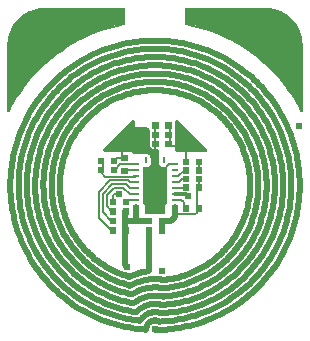
<source format=gbr>
G04 EAGLE Gerber RS-274X export*
G75*
%MOMM*%
%FSLAX34Y34*%
%LPD*%
%INTop Copper*%
%IPPOS*%
%AMOC8*
5,1,8,0,0,1.08239X$1,22.5*%
G01*
%ADD10C,0.050000*%
%ADD11R,0.240000X0.600000*%
%ADD12R,0.600000X0.240000*%
%ADD13C,0.040000*%
%ADD14C,0.152400*%
%ADD15C,0.500000*%
%ADD16C,0.604800*%
%ADD17C,0.300000*%
%ADD18C,2.000000*%
%ADD19C,0.200000*%
%ADD20C,1.275000*%

G36*
X252015Y189810D02*
X252015Y189810D01*
X252128Y189809D01*
X252155Y189816D01*
X252183Y189818D01*
X252290Y189854D01*
X252400Y189884D01*
X252424Y189899D01*
X252450Y189908D01*
X252543Y189973D01*
X252640Y190032D01*
X252659Y190053D01*
X252682Y190069D01*
X252753Y190157D01*
X252829Y190242D01*
X252841Y190267D01*
X252859Y190289D01*
X252902Y190394D01*
X252952Y190495D01*
X252956Y190522D01*
X252967Y190549D01*
X252980Y190675D01*
X252999Y190800D01*
X252999Y247000D01*
X252994Y247038D01*
X252997Y247071D01*
X252691Y251341D01*
X252675Y251417D01*
X252671Y251482D01*
X251761Y255664D01*
X251734Y255737D01*
X251721Y255801D01*
X250225Y259812D01*
X250188Y259880D01*
X250166Y259941D01*
X248115Y263698D01*
X248068Y263760D01*
X248038Y263818D01*
X245472Y267245D01*
X245418Y267300D01*
X245379Y267352D01*
X242352Y270379D01*
X242290Y270426D01*
X242245Y270472D01*
X238818Y273038D01*
X238750Y273075D01*
X238698Y273115D01*
X234941Y275166D01*
X234869Y275193D01*
X234812Y275225D01*
X230801Y276721D01*
X230725Y276738D01*
X230664Y276761D01*
X226482Y277671D01*
X226404Y277677D01*
X226341Y277691D01*
X222071Y277997D01*
X222033Y277994D01*
X222000Y277999D01*
X154000Y277999D01*
X153936Y277990D01*
X153872Y277991D01*
X153797Y277970D01*
X153721Y277959D01*
X153662Y277933D01*
X153600Y277916D01*
X153534Y277875D01*
X153464Y277843D01*
X153415Y277801D01*
X153360Y277768D01*
X153308Y277710D01*
X153250Y277660D01*
X153214Y277606D01*
X153171Y277558D01*
X153138Y277489D01*
X153095Y277424D01*
X153076Y277362D01*
X153048Y277305D01*
X153037Y277235D01*
X153013Y277154D01*
X153012Y277069D01*
X153001Y277000D01*
X153001Y264500D01*
X153010Y264436D01*
X153009Y264372D01*
X153030Y264297D01*
X153041Y264221D01*
X153067Y264162D01*
X153084Y264100D01*
X153125Y264034D01*
X153157Y263964D01*
X153199Y263915D01*
X153232Y263860D01*
X153290Y263808D01*
X153340Y263750D01*
X153394Y263714D01*
X153442Y263671D01*
X153511Y263638D01*
X153576Y263595D01*
X153638Y263576D01*
X153695Y263548D01*
X153765Y263537D01*
X153846Y263513D01*
X153931Y263512D01*
X154000Y263501D01*
X178272Y263501D01*
X186440Y263042D01*
X194477Y261676D01*
X202311Y259420D01*
X209843Y256300D01*
X216978Y252356D01*
X223627Y247639D01*
X229706Y242206D01*
X235139Y236127D01*
X239856Y229478D01*
X243800Y222343D01*
X246920Y214811D01*
X249176Y206977D01*
X250542Y198940D01*
X251002Y190744D01*
X251025Y190633D01*
X251041Y190521D01*
X251052Y190495D01*
X251058Y190467D01*
X251110Y190367D01*
X251157Y190264D01*
X251175Y190242D01*
X251188Y190217D01*
X251267Y190136D01*
X251340Y190050D01*
X251364Y190034D01*
X251383Y190014D01*
X251481Y189957D01*
X251576Y189895D01*
X251603Y189887D01*
X251628Y189873D01*
X251738Y189846D01*
X251846Y189813D01*
X251874Y189812D01*
X251901Y189806D01*
X252015Y189810D01*
G37*
G36*
X4100Y189809D02*
X4100Y189809D01*
X4128Y189809D01*
X4237Y189839D01*
X4348Y189863D01*
X4373Y189877D01*
X4400Y189884D01*
X4496Y189944D01*
X4596Y189998D01*
X4616Y190018D01*
X4640Y190032D01*
X4716Y190116D01*
X4796Y190196D01*
X4810Y190221D01*
X4829Y190242D01*
X4878Y190344D01*
X4933Y190443D01*
X4939Y190469D01*
X4952Y190495D01*
X4971Y190620D01*
X4998Y190744D01*
X5458Y198940D01*
X6824Y206977D01*
X9080Y214811D01*
X12200Y222343D01*
X16144Y229478D01*
X20861Y236127D01*
X26294Y242206D01*
X32373Y247639D01*
X39022Y252356D01*
X46157Y256300D01*
X53689Y259420D01*
X54968Y259788D01*
X61523Y261676D01*
X69560Y263042D01*
X77728Y263501D01*
X102000Y263501D01*
X102064Y263510D01*
X102128Y263509D01*
X102203Y263530D01*
X102279Y263541D01*
X102338Y263567D01*
X102400Y263584D01*
X102466Y263625D01*
X102536Y263657D01*
X102585Y263699D01*
X102640Y263732D01*
X102692Y263790D01*
X102750Y263840D01*
X102786Y263894D01*
X102829Y263942D01*
X102862Y264011D01*
X102905Y264076D01*
X102924Y264138D01*
X102952Y264195D01*
X102963Y264265D01*
X102987Y264346D01*
X102988Y264431D01*
X102999Y264500D01*
X102999Y277000D01*
X102990Y277064D01*
X102991Y277128D01*
X102970Y277203D01*
X102959Y277279D01*
X102933Y277338D01*
X102916Y277400D01*
X102875Y277466D01*
X102843Y277536D01*
X102801Y277585D01*
X102768Y277640D01*
X102710Y277692D01*
X102660Y277750D01*
X102606Y277786D01*
X102558Y277829D01*
X102489Y277862D01*
X102424Y277905D01*
X102362Y277924D01*
X102305Y277952D01*
X102235Y277963D01*
X102154Y277987D01*
X102069Y277988D01*
X102000Y277999D01*
X34000Y277999D01*
X33962Y277994D01*
X33929Y277997D01*
X29659Y277691D01*
X29583Y277675D01*
X29518Y277671D01*
X25336Y276761D01*
X25263Y276734D01*
X25199Y276721D01*
X21188Y275225D01*
X21120Y275188D01*
X21059Y275166D01*
X17302Y273115D01*
X17240Y273068D01*
X17182Y273038D01*
X13755Y270472D01*
X13700Y270418D01*
X13648Y270379D01*
X10621Y267352D01*
X10574Y267290D01*
X10528Y267245D01*
X7962Y263818D01*
X7925Y263750D01*
X7885Y263698D01*
X5834Y259941D01*
X5807Y259869D01*
X5775Y259812D01*
X4279Y255801D01*
X4262Y255725D01*
X4239Y255664D01*
X3329Y251482D01*
X3323Y251404D01*
X3309Y251341D01*
X3003Y247071D01*
X3006Y247033D01*
X3001Y247000D01*
X3001Y190800D01*
X3017Y190688D01*
X3026Y190575D01*
X3037Y190549D01*
X3041Y190521D01*
X3087Y190418D01*
X3128Y190312D01*
X3145Y190289D01*
X3157Y190264D01*
X3230Y190178D01*
X3299Y190088D01*
X3322Y190071D01*
X3340Y190050D01*
X3435Y189988D01*
X3526Y189920D01*
X3553Y189911D01*
X3576Y189895D01*
X3684Y189862D01*
X3791Y189823D01*
X3819Y189821D01*
X3846Y189813D01*
X3959Y189811D01*
X4072Y189803D01*
X4100Y189809D01*
G37*
G36*
X136705Y103599D02*
X136705Y103599D01*
X136705Y103600D01*
X136705Y111348D01*
X138227Y112870D01*
X138250Y112870D01*
X138255Y112874D01*
X138255Y112875D01*
X138255Y143375D01*
X138251Y143380D01*
X138250Y143380D01*
X134227Y143380D01*
X131755Y145852D01*
X131755Y155750D01*
X131755Y155751D01*
X131673Y156474D01*
X131673Y156475D01*
X131433Y157162D01*
X131432Y157162D01*
X131432Y157163D01*
X131045Y157779D01*
X131044Y157779D01*
X131044Y157780D01*
X130530Y158294D01*
X130529Y158295D01*
X129913Y158682D01*
X129912Y158682D01*
X129912Y158683D01*
X129225Y158923D01*
X129224Y158923D01*
X128501Y159005D01*
X128500Y159005D01*
X127050Y159005D01*
X126328Y159086D01*
X125642Y159326D01*
X125027Y159713D01*
X124513Y160227D01*
X124126Y160842D01*
X123886Y161528D01*
X123805Y162250D01*
X123805Y173750D01*
X123805Y173751D01*
X123723Y174474D01*
X123723Y174475D01*
X123483Y175162D01*
X123482Y175162D01*
X123482Y175163D01*
X123095Y175779D01*
X123094Y175779D01*
X123094Y175780D01*
X122580Y176294D01*
X122579Y176295D01*
X121963Y176682D01*
X121962Y176682D01*
X121962Y176683D01*
X121275Y176923D01*
X121274Y176923D01*
X120551Y177005D01*
X120550Y177005D01*
X111105Y177005D01*
X111105Y181297D01*
X111019Y181878D01*
X111018Y181879D01*
X110767Y182410D01*
X110767Y182411D01*
X110372Y182846D01*
X110371Y182847D01*
X109868Y183149D01*
X109867Y183148D01*
X109867Y183149D01*
X109297Y183292D01*
X109296Y183291D01*
X109296Y183292D01*
X109240Y183289D01*
X109239Y183289D01*
X109139Y183284D01*
X109138Y183284D01*
X109038Y183279D01*
X109037Y183279D01*
X108937Y183274D01*
X108936Y183274D01*
X108835Y183269D01*
X108734Y183264D01*
X108710Y183263D01*
X108709Y183262D01*
X108708Y183263D01*
X108156Y183065D01*
X108155Y183064D01*
X108154Y183064D01*
X107683Y182715D01*
X107683Y182714D01*
X107682Y182714D01*
X84511Y159543D01*
X84511Y159542D01*
X84510Y159542D01*
X84161Y159071D01*
X84161Y159070D01*
X84160Y159070D01*
X83962Y158517D01*
X83963Y158516D01*
X83962Y158516D01*
X83962Y158515D01*
X83961Y158506D01*
X83958Y158426D01*
X83955Y158372D01*
X83955Y158371D01*
X83951Y158292D01*
X83948Y158237D01*
X83944Y158158D01*
X83942Y158103D01*
X83938Y158024D01*
X83935Y157969D01*
X83933Y157929D01*
X83934Y157928D01*
X83933Y157928D01*
X84076Y157358D01*
X84077Y157358D01*
X84076Y157357D01*
X84378Y156854D01*
X84379Y156853D01*
X84814Y156458D01*
X84815Y156458D01*
X85346Y156207D01*
X85347Y156207D01*
X85347Y156206D01*
X85928Y156120D01*
X98033Y156120D01*
X98035Y156121D01*
X98036Y156121D01*
X98425Y156345D01*
X99133Y156535D01*
X101745Y156535D01*
X101745Y156125D01*
X101749Y156120D01*
X101750Y156120D01*
X101755Y156124D01*
X101755Y156125D01*
X101755Y156535D01*
X103132Y156535D01*
X103132Y156150D01*
X103136Y156145D01*
X103137Y156145D01*
X105422Y156145D01*
X105464Y156121D01*
X105466Y156121D01*
X105467Y156120D01*
X108499Y156120D01*
X108551Y155722D01*
X108552Y155722D01*
X108552Y155721D01*
X108716Y155323D01*
X108717Y155323D01*
X108717Y155322D01*
X108979Y154980D01*
X108980Y154980D01*
X108980Y154979D01*
X109322Y154717D01*
X109323Y154717D01*
X109323Y154716D01*
X109721Y154552D01*
X109722Y154552D01*
X109722Y154551D01*
X110149Y154495D01*
X110150Y154495D01*
X121000Y154495D01*
X121722Y154414D01*
X122408Y154174D01*
X123023Y153787D01*
X123537Y153273D01*
X123924Y152658D01*
X124164Y151972D01*
X124245Y151250D01*
X124245Y145852D01*
X121773Y143380D01*
X117750Y143380D01*
X117745Y143376D01*
X117745Y143375D01*
X117745Y112875D01*
X117749Y112870D01*
X117750Y112870D01*
X117773Y112870D01*
X119295Y111348D01*
X119295Y103600D01*
X119299Y103595D01*
X119300Y103595D01*
X136700Y103595D01*
X136705Y103599D01*
G37*
G36*
X170072Y156120D02*
X170072Y156120D01*
X170653Y156206D01*
X170654Y156207D01*
X171185Y156458D01*
X171186Y156458D01*
X171621Y156853D01*
X171621Y156854D01*
X171622Y156854D01*
X171924Y157357D01*
X171923Y157358D01*
X171924Y157358D01*
X172067Y157928D01*
X172066Y157928D01*
X172066Y157929D01*
X172067Y157929D01*
X172038Y158515D01*
X172037Y158516D01*
X172038Y158517D01*
X171840Y159070D01*
X171839Y159070D01*
X171839Y159071D01*
X171490Y159542D01*
X171489Y159542D01*
X171489Y159543D01*
X148318Y182714D01*
X148317Y182714D01*
X148317Y182715D01*
X147846Y183064D01*
X147845Y183064D01*
X147845Y183065D01*
X147292Y183263D01*
X147291Y183262D01*
X147290Y183263D01*
X147266Y183264D01*
X147165Y183269D01*
X147064Y183274D01*
X147063Y183274D01*
X146963Y183279D01*
X146962Y183279D01*
X146862Y183284D01*
X146861Y183284D01*
X146761Y183289D01*
X146760Y183289D01*
X146704Y183292D01*
X146703Y183291D01*
X146703Y183292D01*
X146133Y183149D01*
X146133Y183148D01*
X146132Y183149D01*
X145629Y182847D01*
X145628Y182846D01*
X145233Y182411D01*
X145233Y182410D01*
X144982Y181879D01*
X144982Y181878D01*
X144981Y181878D01*
X144980Y181869D01*
X144967Y181784D01*
X144958Y181725D01*
X144946Y181640D01*
X144933Y181556D01*
X144921Y181471D01*
X144912Y181412D01*
X144900Y181327D01*
X144899Y181327D01*
X144895Y181297D01*
X144895Y158125D01*
X144895Y158124D01*
X144963Y157607D01*
X144964Y157606D01*
X144964Y157605D01*
X145163Y157123D01*
X145164Y157123D01*
X145164Y157122D01*
X145482Y156708D01*
X145483Y156708D01*
X145483Y156707D01*
X145897Y156389D01*
X145898Y156389D01*
X145898Y156388D01*
X146380Y156189D01*
X146381Y156189D01*
X146382Y156188D01*
X146899Y156120D01*
X146900Y156120D01*
X170072Y156120D01*
X170072Y156120D01*
G37*
D10*
X131250Y92375D02*
X135750Y92375D01*
X135750Y87875D01*
X131250Y87875D01*
X131250Y92375D01*
X131250Y88350D02*
X135750Y88350D01*
X135750Y88825D02*
X131250Y88825D01*
X131250Y89300D02*
X135750Y89300D01*
X135750Y89775D02*
X131250Y89775D01*
X131250Y90250D02*
X135750Y90250D01*
X135750Y90725D02*
X131250Y90725D01*
X131250Y91200D02*
X135750Y91200D01*
X135750Y91675D02*
X131250Y91675D01*
X131250Y92150D02*
X135750Y92150D01*
X124750Y92375D02*
X120250Y92375D01*
X124750Y92375D02*
X124750Y87875D01*
X120250Y87875D01*
X120250Y92375D01*
X120250Y88350D02*
X124750Y88350D01*
X124750Y88825D02*
X120250Y88825D01*
X120250Y89300D02*
X124750Y89300D01*
X124750Y89775D02*
X120250Y89775D01*
X120250Y90250D02*
X124750Y90250D01*
X124750Y90725D02*
X120250Y90725D01*
X120250Y91200D02*
X124750Y91200D01*
X124750Y91675D02*
X120250Y91675D01*
X120250Y92150D02*
X124750Y92150D01*
X125750Y160875D02*
X130250Y160875D01*
X125750Y160875D02*
X125750Y165375D01*
X130250Y165375D01*
X130250Y160875D01*
X130250Y161350D02*
X125750Y161350D01*
X125750Y161825D02*
X130250Y161825D01*
X130250Y162300D02*
X125750Y162300D01*
X125750Y162775D02*
X130250Y162775D01*
X130250Y163250D02*
X125750Y163250D01*
X125750Y163725D02*
X130250Y163725D01*
X130250Y164200D02*
X125750Y164200D01*
X125750Y164675D02*
X130250Y164675D01*
X130250Y165150D02*
X125750Y165150D01*
X136750Y160875D02*
X141250Y160875D01*
X136750Y160875D02*
X136750Y165375D01*
X141250Y165375D01*
X141250Y160875D01*
X141250Y161350D02*
X136750Y161350D01*
X136750Y161825D02*
X141250Y161825D01*
X141250Y162300D02*
X136750Y162300D01*
X136750Y162775D02*
X141250Y162775D01*
X141250Y163250D02*
X136750Y163250D01*
X136750Y163725D02*
X141250Y163725D01*
X141250Y164200D02*
X136750Y164200D01*
X136750Y164675D02*
X141250Y164675D01*
X141250Y165150D02*
X136750Y165150D01*
X130250Y168875D02*
X125750Y168875D01*
X125750Y173375D01*
X130250Y173375D01*
X130250Y168875D01*
X130250Y169350D02*
X125750Y169350D01*
X125750Y169825D02*
X130250Y169825D01*
X130250Y170300D02*
X125750Y170300D01*
X125750Y170775D02*
X130250Y170775D01*
X130250Y171250D02*
X125750Y171250D01*
X125750Y171725D02*
X130250Y171725D01*
X130250Y172200D02*
X125750Y172200D01*
X125750Y172675D02*
X130250Y172675D01*
X130250Y173150D02*
X125750Y173150D01*
X136750Y168875D02*
X141250Y168875D01*
X136750Y168875D02*
X136750Y173375D01*
X141250Y173375D01*
X141250Y168875D01*
X141250Y169350D02*
X136750Y169350D01*
X136750Y169825D02*
X141250Y169825D01*
X141250Y170300D02*
X136750Y170300D01*
X136750Y170775D02*
X141250Y170775D01*
X141250Y171250D02*
X136750Y171250D01*
X136750Y171725D02*
X141250Y171725D01*
X141250Y172200D02*
X136750Y172200D01*
X136750Y172675D02*
X141250Y172675D01*
X141250Y173150D02*
X136750Y173150D01*
X130250Y176875D02*
X125750Y176875D01*
X125750Y181375D01*
X130250Y181375D01*
X130250Y176875D01*
X130250Y177350D02*
X125750Y177350D01*
X125750Y177825D02*
X130250Y177825D01*
X130250Y178300D02*
X125750Y178300D01*
X125750Y178775D02*
X130250Y178775D01*
X130250Y179250D02*
X125750Y179250D01*
X125750Y179725D02*
X130250Y179725D01*
X130250Y180200D02*
X125750Y180200D01*
X125750Y180675D02*
X130250Y180675D01*
X130250Y181150D02*
X125750Y181150D01*
X136750Y176875D02*
X141250Y176875D01*
X136750Y176875D02*
X136750Y181375D01*
X141250Y181375D01*
X141250Y176875D01*
X141250Y177350D02*
X136750Y177350D01*
X136750Y177825D02*
X141250Y177825D01*
X141250Y178300D02*
X136750Y178300D01*
X136750Y178775D02*
X141250Y178775D01*
X141250Y179250D02*
X136750Y179250D01*
X136750Y179725D02*
X141250Y179725D01*
X141250Y180200D02*
X136750Y180200D01*
X136750Y180675D02*
X141250Y180675D01*
X141250Y181150D02*
X136750Y181150D01*
X135750Y100375D02*
X131250Y100375D01*
X135750Y100375D02*
X135750Y95875D01*
X131250Y95875D01*
X131250Y100375D01*
X131250Y96350D02*
X135750Y96350D01*
X135750Y96825D02*
X131250Y96825D01*
X131250Y97300D02*
X135750Y97300D01*
X135750Y97775D02*
X131250Y97775D01*
X131250Y98250D02*
X135750Y98250D01*
X135750Y98725D02*
X131250Y98725D01*
X131250Y99200D02*
X135750Y99200D01*
X135750Y99675D02*
X131250Y99675D01*
X131250Y100150D02*
X135750Y100150D01*
X124750Y100375D02*
X120250Y100375D01*
X124750Y100375D02*
X124750Y95875D01*
X120250Y95875D01*
X120250Y100375D01*
X120250Y96350D02*
X124750Y96350D01*
X124750Y96825D02*
X120250Y96825D01*
X120250Y97300D02*
X124750Y97300D01*
X124750Y97775D02*
X120250Y97775D01*
X120250Y98250D02*
X124750Y98250D01*
X124750Y98725D02*
X120250Y98725D01*
X120250Y99200D02*
X124750Y99200D01*
X124750Y99675D02*
X120250Y99675D01*
X120250Y100150D02*
X124750Y100150D01*
X162750Y110875D02*
X167250Y110875D01*
X167250Y106375D01*
X162750Y106375D01*
X162750Y110875D01*
X162750Y106850D02*
X167250Y106850D01*
X167250Y107325D02*
X162750Y107325D01*
X162750Y107800D02*
X167250Y107800D01*
X167250Y108275D02*
X162750Y108275D01*
X162750Y108750D02*
X167250Y108750D01*
X167250Y109225D02*
X162750Y109225D01*
X162750Y109700D02*
X167250Y109700D01*
X167250Y110175D02*
X162750Y110175D01*
X162750Y110650D02*
X167250Y110650D01*
X156250Y110875D02*
X151750Y110875D01*
X156250Y110875D02*
X156250Y106375D01*
X151750Y106375D01*
X151750Y110875D01*
X151750Y106850D02*
X156250Y106850D01*
X156250Y107325D02*
X151750Y107325D01*
X151750Y107800D02*
X156250Y107800D01*
X156250Y108275D02*
X151750Y108275D01*
X151750Y108750D02*
X156250Y108750D01*
X156250Y109225D02*
X151750Y109225D01*
X151750Y109700D02*
X156250Y109700D01*
X156250Y110175D02*
X151750Y110175D01*
X151750Y110650D02*
X156250Y110650D01*
X162750Y128875D02*
X167250Y128875D01*
X167250Y124375D01*
X162750Y124375D01*
X162750Y128875D01*
X162750Y124850D02*
X167250Y124850D01*
X167250Y125325D02*
X162750Y125325D01*
X162750Y125800D02*
X167250Y125800D01*
X167250Y126275D02*
X162750Y126275D01*
X162750Y126750D02*
X167250Y126750D01*
X167250Y127225D02*
X162750Y127225D01*
X162750Y127700D02*
X167250Y127700D01*
X167250Y128175D02*
X162750Y128175D01*
X162750Y128650D02*
X167250Y128650D01*
X156250Y128875D02*
X151750Y128875D01*
X156250Y128875D02*
X156250Y124375D01*
X151750Y124375D01*
X151750Y128875D01*
X151750Y124850D02*
X156250Y124850D01*
X156250Y125325D02*
X151750Y125325D01*
X151750Y125800D02*
X156250Y125800D01*
X156250Y126275D02*
X151750Y126275D01*
X151750Y126750D02*
X156250Y126750D01*
X156250Y127225D02*
X151750Y127225D01*
X151750Y127700D02*
X156250Y127700D01*
X156250Y128175D02*
X151750Y128175D01*
X151750Y128650D02*
X156250Y128650D01*
X162750Y136125D02*
X167250Y136125D01*
X167250Y131625D01*
X162750Y131625D01*
X162750Y136125D01*
X162750Y132100D02*
X167250Y132100D01*
X167250Y132575D02*
X162750Y132575D01*
X162750Y133050D02*
X167250Y133050D01*
X167250Y133525D02*
X162750Y133525D01*
X162750Y134000D02*
X167250Y134000D01*
X167250Y134475D02*
X162750Y134475D01*
X162750Y134950D02*
X167250Y134950D01*
X167250Y135425D02*
X162750Y135425D01*
X162750Y135900D02*
X167250Y135900D01*
X156250Y136125D02*
X151750Y136125D01*
X156250Y136125D02*
X156250Y131625D01*
X151750Y131625D01*
X151750Y136125D01*
X151750Y132100D02*
X156250Y132100D01*
X156250Y132575D02*
X151750Y132575D01*
X151750Y133050D02*
X156250Y133050D01*
X156250Y133525D02*
X151750Y133525D01*
X151750Y134000D02*
X156250Y134000D01*
X156250Y134475D02*
X151750Y134475D01*
X151750Y134950D02*
X156250Y134950D01*
X156250Y135425D02*
X151750Y135425D01*
X151750Y135900D02*
X156250Y135900D01*
X105250Y92375D02*
X100750Y92375D01*
X105250Y92375D02*
X105250Y87875D01*
X100750Y87875D01*
X100750Y92375D01*
X100750Y88350D02*
X105250Y88350D01*
X105250Y88825D02*
X100750Y88825D01*
X100750Y89300D02*
X105250Y89300D01*
X105250Y89775D02*
X100750Y89775D01*
X100750Y90250D02*
X105250Y90250D01*
X105250Y90725D02*
X100750Y90725D01*
X100750Y91200D02*
X105250Y91200D01*
X105250Y91675D02*
X100750Y91675D01*
X100750Y92150D02*
X105250Y92150D01*
X94250Y92375D02*
X89750Y92375D01*
X94250Y92375D02*
X94250Y87875D01*
X89750Y87875D01*
X89750Y92375D01*
X89750Y88350D02*
X94250Y88350D01*
X94250Y88825D02*
X89750Y88825D01*
X89750Y89300D02*
X94250Y89300D01*
X94250Y89775D02*
X89750Y89775D01*
X89750Y90250D02*
X94250Y90250D01*
X94250Y90725D02*
X89750Y90725D01*
X89750Y91200D02*
X94250Y91200D01*
X94250Y91675D02*
X89750Y91675D01*
X89750Y92150D02*
X94250Y92150D01*
X100750Y100375D02*
X105250Y100375D01*
X105250Y95875D01*
X100750Y95875D01*
X100750Y100375D01*
X100750Y96350D02*
X105250Y96350D01*
X105250Y96825D02*
X100750Y96825D01*
X100750Y97300D02*
X105250Y97300D01*
X105250Y97775D02*
X100750Y97775D01*
X100750Y98250D02*
X105250Y98250D01*
X105250Y98725D02*
X100750Y98725D01*
X100750Y99200D02*
X105250Y99200D01*
X105250Y99675D02*
X100750Y99675D01*
X100750Y100150D02*
X105250Y100150D01*
X94250Y100375D02*
X89750Y100375D01*
X94250Y100375D02*
X94250Y95875D01*
X89750Y95875D01*
X89750Y100375D01*
X89750Y96350D02*
X94250Y96350D01*
X94250Y96825D02*
X89750Y96825D01*
X89750Y97300D02*
X94250Y97300D01*
X94250Y97775D02*
X89750Y97775D01*
X89750Y98250D02*
X94250Y98250D01*
X94250Y98725D02*
X89750Y98725D01*
X89750Y99200D02*
X94250Y99200D01*
X94250Y99675D02*
X89750Y99675D01*
X89750Y100150D02*
X94250Y100150D01*
X100750Y108375D02*
X105250Y108375D01*
X105250Y103875D01*
X100750Y103875D01*
X100750Y108375D01*
X100750Y104350D02*
X105250Y104350D01*
X105250Y104825D02*
X100750Y104825D01*
X100750Y105300D02*
X105250Y105300D01*
X105250Y105775D02*
X100750Y105775D01*
X100750Y106250D02*
X105250Y106250D01*
X105250Y106725D02*
X100750Y106725D01*
X100750Y107200D02*
X105250Y107200D01*
X105250Y107675D02*
X100750Y107675D01*
X100750Y108150D02*
X105250Y108150D01*
X94250Y108375D02*
X89750Y108375D01*
X94250Y108375D02*
X94250Y103875D01*
X89750Y103875D01*
X89750Y108375D01*
X89750Y104350D02*
X94250Y104350D01*
X94250Y104825D02*
X89750Y104825D01*
X89750Y105300D02*
X94250Y105300D01*
X94250Y105775D02*
X89750Y105775D01*
X89750Y106250D02*
X94250Y106250D01*
X94250Y106725D02*
X89750Y106725D01*
X89750Y107200D02*
X94250Y107200D01*
X94250Y107675D02*
X89750Y107675D01*
X89750Y108150D02*
X94250Y108150D01*
X100750Y116375D02*
X105250Y116375D01*
X105250Y111875D01*
X100750Y111875D01*
X100750Y116375D01*
X100750Y112350D02*
X105250Y112350D01*
X105250Y112825D02*
X100750Y112825D01*
X100750Y113300D02*
X105250Y113300D01*
X105250Y113775D02*
X100750Y113775D01*
X100750Y114250D02*
X105250Y114250D01*
X105250Y114725D02*
X100750Y114725D01*
X100750Y115200D02*
X105250Y115200D01*
X105250Y115675D02*
X100750Y115675D01*
X100750Y116150D02*
X105250Y116150D01*
X94250Y116375D02*
X89750Y116375D01*
X94250Y116375D02*
X94250Y111875D01*
X89750Y111875D01*
X89750Y116375D01*
X89750Y112350D02*
X94250Y112350D01*
X94250Y112825D02*
X89750Y112825D01*
X89750Y113300D02*
X94250Y113300D01*
X94250Y113775D02*
X89750Y113775D01*
X89750Y114250D02*
X94250Y114250D01*
X94250Y114725D02*
X89750Y114725D01*
X89750Y115200D02*
X94250Y115200D01*
X94250Y115675D02*
X89750Y115675D01*
X89750Y116150D02*
X94250Y116150D01*
X84250Y138875D02*
X79750Y138875D01*
X79750Y143375D01*
X84250Y143375D01*
X84250Y138875D01*
X84250Y139350D02*
X79750Y139350D01*
X79750Y139825D02*
X84250Y139825D01*
X84250Y140300D02*
X79750Y140300D01*
X79750Y140775D02*
X84250Y140775D01*
X84250Y141250D02*
X79750Y141250D01*
X79750Y141725D02*
X84250Y141725D01*
X84250Y142200D02*
X79750Y142200D01*
X79750Y142675D02*
X84250Y142675D01*
X84250Y143150D02*
X79750Y143150D01*
X90750Y138875D02*
X95250Y138875D01*
X90750Y138875D02*
X90750Y143375D01*
X95250Y143375D01*
X95250Y138875D01*
X95250Y139350D02*
X90750Y139350D01*
X90750Y139825D02*
X95250Y139825D01*
X95250Y140300D02*
X90750Y140300D01*
X90750Y140775D02*
X95250Y140775D01*
X95250Y141250D02*
X90750Y141250D01*
X90750Y141725D02*
X95250Y141725D01*
X95250Y142200D02*
X90750Y142200D01*
X90750Y142675D02*
X95250Y142675D01*
X95250Y143150D02*
X90750Y143150D01*
X90750Y151375D02*
X95250Y151375D01*
X95250Y146875D01*
X90750Y146875D01*
X90750Y151375D01*
X90750Y147350D02*
X95250Y147350D01*
X95250Y147825D02*
X90750Y147825D01*
X90750Y148300D02*
X95250Y148300D01*
X95250Y148775D02*
X90750Y148775D01*
X90750Y149250D02*
X95250Y149250D01*
X95250Y149725D02*
X90750Y149725D01*
X90750Y150200D02*
X95250Y150200D01*
X95250Y150675D02*
X90750Y150675D01*
X90750Y151150D02*
X95250Y151150D01*
X84250Y151375D02*
X79750Y151375D01*
X84250Y151375D02*
X84250Y146875D01*
X79750Y146875D01*
X79750Y151375D01*
X79750Y147350D02*
X84250Y147350D01*
X84250Y147825D02*
X79750Y147825D01*
X79750Y148300D02*
X84250Y148300D01*
X84250Y148775D02*
X79750Y148775D01*
X79750Y149250D02*
X84250Y149250D01*
X84250Y149725D02*
X79750Y149725D01*
X79750Y150200D02*
X84250Y150200D01*
X84250Y150675D02*
X79750Y150675D01*
X79750Y151150D02*
X84250Y151150D01*
D11*
X135500Y106625D03*
D12*
X144500Y110625D03*
X144500Y115625D03*
X144500Y120625D03*
X144500Y125625D03*
X144500Y130625D03*
X144500Y135625D03*
X144500Y140625D03*
X144500Y145625D03*
D11*
X135500Y149625D03*
X120500Y149625D03*
D12*
X111500Y145625D03*
X111500Y140625D03*
X111500Y135625D03*
X111500Y130625D03*
X111500Y125625D03*
X111500Y120625D03*
X111500Y115625D03*
X111500Y110625D03*
D11*
X120500Y106625D03*
D13*
X126200Y124325D02*
X126200Y131925D01*
X129800Y131925D01*
X129800Y124325D01*
X126200Y124325D01*
X126200Y124705D02*
X129800Y124705D01*
X129800Y125085D02*
X126200Y125085D01*
X126200Y125465D02*
X129800Y125465D01*
X129800Y125845D02*
X126200Y125845D01*
X126200Y126225D02*
X129800Y126225D01*
X129800Y126605D02*
X126200Y126605D01*
X126200Y126985D02*
X129800Y126985D01*
X129800Y127365D02*
X126200Y127365D01*
X126200Y127745D02*
X129800Y127745D01*
X129800Y128125D02*
X126200Y128125D01*
X126200Y128505D02*
X129800Y128505D01*
X129800Y128885D02*
X126200Y128885D01*
X126200Y129265D02*
X129800Y129265D01*
X129800Y129645D02*
X126200Y129645D01*
X126200Y130025D02*
X129800Y130025D01*
X129800Y130405D02*
X126200Y130405D01*
X126200Y130785D02*
X129800Y130785D01*
X129800Y131165D02*
X126200Y131165D01*
X126200Y131545D02*
X129800Y131545D01*
X129800Y131925D02*
X126200Y131925D01*
D10*
X99500Y149250D02*
X99500Y153750D01*
X104000Y153750D01*
X104000Y149250D01*
X99500Y149250D01*
X99500Y149725D02*
X104000Y149725D01*
X104000Y150200D02*
X99500Y150200D01*
X99500Y150675D02*
X104000Y150675D01*
X104000Y151150D02*
X99500Y151150D01*
X99500Y151625D02*
X104000Y151625D01*
X104000Y152100D02*
X99500Y152100D01*
X99500Y152575D02*
X104000Y152575D01*
X104000Y153050D02*
X99500Y153050D01*
X99500Y153525D02*
X104000Y153525D01*
X99500Y142750D02*
X99500Y138250D01*
X99500Y142750D02*
X104000Y142750D01*
X104000Y138250D01*
X99500Y138250D01*
X99500Y138725D02*
X104000Y138725D01*
X104000Y139200D02*
X99500Y139200D01*
X99500Y139675D02*
X104000Y139675D01*
X104000Y140150D02*
X99500Y140150D01*
X99500Y140625D02*
X104000Y140625D01*
X104000Y141100D02*
X99500Y141100D01*
X99500Y141575D02*
X104000Y141575D01*
X104000Y142050D02*
X99500Y142050D01*
X99500Y142525D02*
X104000Y142525D01*
X162750Y143250D02*
X167250Y143250D01*
X167250Y138750D01*
X162750Y138750D01*
X162750Y143250D01*
X162750Y139225D02*
X167250Y139225D01*
X167250Y139700D02*
X162750Y139700D01*
X162750Y140175D02*
X167250Y140175D01*
X167250Y140650D02*
X162750Y140650D01*
X162750Y141125D02*
X167250Y141125D01*
X167250Y141600D02*
X162750Y141600D01*
X162750Y142075D02*
X167250Y142075D01*
X167250Y142550D02*
X162750Y142550D01*
X162750Y143025D02*
X167250Y143025D01*
X156250Y143250D02*
X151750Y143250D01*
X156250Y143250D02*
X156250Y138750D01*
X151750Y138750D01*
X151750Y143250D01*
X151750Y139225D02*
X156250Y139225D01*
X156250Y139700D02*
X151750Y139700D01*
X151750Y140175D02*
X156250Y140175D01*
X156250Y140650D02*
X151750Y140650D01*
X151750Y141125D02*
X156250Y141125D01*
X156250Y141600D02*
X151750Y141600D01*
X151750Y142075D02*
X156250Y142075D01*
X156250Y142550D02*
X151750Y142550D01*
X151750Y143025D02*
X156250Y143025D01*
X162750Y150500D02*
X167250Y150500D01*
X167250Y146000D01*
X162750Y146000D01*
X162750Y150500D01*
X162750Y146475D02*
X167250Y146475D01*
X167250Y146950D02*
X162750Y146950D01*
X162750Y147425D02*
X167250Y147425D01*
X167250Y147900D02*
X162750Y147900D01*
X162750Y148375D02*
X167250Y148375D01*
X167250Y148850D02*
X162750Y148850D01*
X162750Y149325D02*
X167250Y149325D01*
X167250Y149800D02*
X162750Y149800D01*
X162750Y150275D02*
X167250Y150275D01*
X156250Y150500D02*
X151750Y150500D01*
X156250Y150500D02*
X156250Y146000D01*
X151750Y146000D01*
X151750Y150500D01*
X151750Y146475D02*
X156250Y146475D01*
X156250Y146950D02*
X151750Y146950D01*
X151750Y147425D02*
X156250Y147425D01*
X156250Y147900D02*
X151750Y147900D01*
X151750Y148375D02*
X156250Y148375D01*
X156250Y148850D02*
X151750Y148850D01*
X151750Y149325D02*
X156250Y149325D01*
X156250Y149800D02*
X151750Y149800D01*
X151750Y150275D02*
X156250Y150275D01*
D14*
X163250Y110375D02*
X165000Y108625D01*
X163250Y110375D02*
X163250Y124875D01*
X165000Y126625D01*
X165000Y133875D01*
D15*
X141800Y98125D02*
X133500Y98125D01*
X141800Y98125D02*
X144500Y100825D01*
X144500Y104000D02*
X144500Y109325D01*
X144500Y104000D02*
X144500Y100875D01*
D14*
X144500Y109325D02*
X144500Y110625D01*
D15*
X133500Y98125D02*
X133500Y90125D01*
D14*
X163250Y106875D02*
X165000Y108625D01*
X163250Y106875D02*
X163250Y104700D01*
X162050Y103500D01*
X145000Y103500D01*
X144500Y104000D01*
D15*
X122500Y98125D02*
X111500Y98125D01*
X111500Y109325D01*
D14*
X111500Y110625D01*
D16*
X128000Y6050D03*
D15*
X122500Y55191D02*
X122500Y90125D01*
X128000Y5500D02*
X130983Y5536D01*
X133964Y5645D01*
X136942Y5827D01*
X139914Y6081D01*
X142880Y6407D01*
X145836Y6805D01*
X148782Y7276D01*
X151716Y7818D01*
X154635Y8431D01*
X157539Y9115D01*
X160425Y9869D01*
X163292Y10694D01*
X166138Y11588D01*
X168962Y12551D01*
X171761Y13583D01*
X174534Y14683D01*
X177280Y15849D01*
X179996Y17083D01*
X182681Y18382D01*
X185335Y19746D01*
X187954Y21174D01*
X190537Y22666D01*
X193084Y24220D01*
X195592Y25835D01*
X198059Y27511D01*
X200486Y29247D01*
X202869Y31042D01*
X205208Y32894D01*
X207501Y34802D01*
X209747Y36765D01*
X211944Y38783D01*
X214092Y40854D01*
X216188Y42976D01*
X218232Y45149D01*
X220223Y47370D01*
X222159Y49640D01*
X224039Y51956D01*
X225863Y54317D01*
X227628Y56722D01*
X229334Y59169D01*
X230980Y61657D01*
X232565Y64185D01*
X234088Y66750D01*
X235548Y69352D01*
X236944Y71988D01*
X238276Y74657D01*
X239542Y77358D01*
X240742Y80090D01*
X241876Y82849D01*
X242941Y85636D01*
X243939Y88447D01*
X244868Y91282D01*
X245727Y94139D01*
X246517Y97016D01*
X247236Y99911D01*
X247885Y102823D01*
X248462Y105749D01*
X248968Y108689D01*
X249403Y111641D01*
X249765Y114602D01*
X250055Y117571D01*
X250273Y120546D01*
X250418Y123526D01*
X250491Y126508D01*
X250491Y129492D01*
X250418Y132474D01*
X250273Y135454D01*
X250055Y138429D01*
X249765Y141398D01*
X249403Y144359D01*
X248968Y147311D01*
X248462Y150251D01*
X247885Y153177D01*
X247236Y156089D01*
X246517Y158984D01*
X245727Y161861D01*
X244868Y164718D01*
X243939Y167553D01*
X242941Y170364D01*
X241876Y173151D01*
X240742Y175910D01*
X239542Y178642D01*
X238276Y181343D01*
X236944Y184012D01*
X235548Y186648D01*
X234088Y189250D01*
X232565Y191815D01*
X230980Y194343D01*
X229334Y196831D01*
X227628Y199278D01*
X225863Y201683D01*
X224039Y204044D01*
X222159Y206360D01*
X220223Y208630D01*
X218232Y210851D01*
X216188Y213024D01*
X214092Y215146D01*
X211944Y217217D01*
X209747Y219235D01*
X207501Y221198D01*
X205208Y223106D01*
X202869Y224958D01*
X200486Y226753D01*
X198059Y228489D01*
X195592Y230165D01*
X193084Y231780D01*
X190537Y233334D01*
X187954Y234826D01*
X185335Y236254D01*
X182681Y237618D01*
X179996Y238917D01*
X177280Y240151D01*
X174534Y241317D01*
X171761Y242417D01*
X168962Y243449D01*
X166138Y244412D01*
X163292Y245306D01*
X160425Y246131D01*
X157539Y246885D01*
X154635Y247569D01*
X151716Y248182D01*
X148782Y248724D01*
X145836Y249195D01*
X142880Y249593D01*
X139914Y249919D01*
X136942Y250173D01*
X133964Y250355D01*
X130983Y250464D01*
X128000Y250500D01*
X128000Y13500D02*
X127819Y13498D01*
X127637Y13491D01*
X127456Y13480D01*
X127275Y13465D01*
X127095Y13445D01*
X126915Y13421D01*
X126735Y13393D01*
X126557Y13360D01*
X126379Y13323D01*
X126202Y13282D01*
X126027Y13236D01*
X125852Y13186D01*
X125679Y13132D01*
X125507Y13074D01*
X125336Y13012D01*
X125167Y12945D01*
X125000Y12874D01*
X124835Y12800D01*
X124671Y12721D01*
X124509Y12639D01*
X124350Y12552D01*
X124192Y12462D01*
X124037Y12368D01*
X123884Y12270D01*
X123733Y12169D01*
X123585Y12064D01*
X123440Y11955D01*
X123297Y11843D01*
X123157Y11728D01*
X123020Y11609D01*
X122885Y11487D01*
X122754Y11361D01*
X122626Y11233D01*
X122501Y11101D01*
X122379Y10967D01*
X122260Y10829D01*
X122145Y10689D01*
X122033Y10546D01*
X121925Y10400D01*
X121820Y10252D01*
X121719Y10101D01*
X121622Y9948D01*
X121528Y9792D01*
X121438Y9635D01*
X121352Y9475D01*
X121270Y9313D01*
X121191Y9149D01*
X121117Y8983D01*
X121047Y8816D01*
X120981Y8647D01*
X120919Y8476D01*
X120861Y8304D01*
X120807Y8131D01*
X120758Y7956D01*
X120713Y7780D01*
X120672Y7603D01*
X120635Y7426D01*
X120603Y7247D01*
X120574Y7068D01*
X120551Y6888D01*
X120531Y6707D01*
X120517Y6526D01*
X120506Y6345D01*
X120500Y6163D01*
X120498Y5982D01*
X120501Y5800D01*
X128000Y13501D02*
X128183Y13497D01*
X128365Y13489D01*
X128547Y13476D01*
X128729Y13459D01*
X128910Y13438D01*
X129091Y13412D01*
X129271Y13382D01*
X129450Y13347D01*
X129628Y13308D01*
X129805Y13265D01*
X129982Y13218D01*
X130156Y13166D01*
X130330Y13110D01*
X130502Y13049D01*
X130673Y12985D01*
X130842Y12916D01*
X131010Y12843D01*
X131175Y12766D01*
X131339Y12686D01*
X131500Y12601D01*
X128000Y20500D02*
X127645Y20495D01*
X127291Y20482D01*
X126937Y20460D01*
X126584Y20430D01*
X126232Y20391D01*
X125881Y20343D01*
X125531Y20287D01*
X125183Y20222D01*
X124836Y20149D01*
X124491Y20067D01*
X124148Y19977D01*
X123808Y19878D01*
X123470Y19772D01*
X123135Y19657D01*
X122802Y19533D01*
X122473Y19402D01*
X122147Y19263D01*
X121825Y19116D01*
X121506Y18961D01*
X121192Y18798D01*
X120881Y18627D01*
X120574Y18449D01*
X120272Y18264D01*
X119975Y18071D01*
X119682Y17871D01*
X119395Y17664D01*
X119112Y17450D01*
X118835Y17229D01*
X118563Y17002D01*
X118297Y16768D01*
X118037Y16527D01*
X117783Y16280D01*
X117535Y16027D01*
X117293Y15768D01*
X117057Y15503D01*
X116828Y15233D01*
X116606Y14957D01*
X116391Y14676D01*
X116182Y14389D01*
X115981Y14097D01*
X115786Y13801D01*
X115600Y13500D01*
X128000Y20500D02*
X128334Y20500D01*
X128667Y20492D01*
X129001Y20476D01*
X129334Y20452D01*
X129666Y20421D01*
X129997Y20382D01*
X130328Y20336D01*
X130657Y20282D01*
X130985Y20220D01*
X131312Y20151D01*
X131637Y20074D01*
X131960Y19990D01*
X132281Y19899D01*
X132600Y19800D01*
X128000Y27500D02*
X127476Y27494D01*
X126952Y27474D01*
X126428Y27442D01*
X125905Y27398D01*
X125384Y27340D01*
X124864Y27270D01*
X124346Y27187D01*
X123830Y27092D01*
X123317Y26984D01*
X122807Y26863D01*
X122299Y26730D01*
X121795Y26585D01*
X121295Y26428D01*
X120798Y26258D01*
X120306Y26076D01*
X119819Y25883D01*
X119336Y25677D01*
X118859Y25460D01*
X118387Y25231D01*
X117921Y24991D01*
X117460Y24739D01*
X117006Y24477D01*
X116559Y24203D01*
X116118Y23918D01*
X115684Y23623D01*
X115258Y23318D01*
X114840Y23002D01*
X114429Y22675D01*
X114026Y22339D01*
X113631Y21994D01*
X113246Y21638D01*
X112868Y21274D01*
X112500Y20900D01*
X128000Y27500D02*
X128515Y27495D01*
X129029Y27478D01*
X129543Y27448D01*
X130056Y27407D01*
X130568Y27353D01*
X131078Y27286D01*
X131587Y27208D01*
X132094Y27117D01*
X132598Y27015D01*
X133100Y26900D01*
X128000Y34501D02*
X127314Y34494D01*
X126628Y34470D01*
X125943Y34430D01*
X125260Y34374D01*
X124578Y34301D01*
X123897Y34211D01*
X123219Y34105D01*
X122544Y33983D01*
X121872Y33845D01*
X121204Y33691D01*
X120539Y33520D01*
X119879Y33334D01*
X119223Y33132D01*
X118573Y32914D01*
X117928Y32681D01*
X117288Y32432D01*
X116655Y32168D01*
X116029Y31888D01*
X115409Y31594D01*
X114796Y31285D01*
X114192Y30961D01*
X113595Y30623D01*
X113006Y30270D01*
X112426Y29903D01*
X111855Y29523D01*
X111294Y29129D01*
X110742Y28721D01*
X110200Y28301D01*
X128000Y34500D02*
X128660Y34494D01*
X129320Y34473D01*
X129979Y34437D01*
X130637Y34385D01*
X131294Y34318D01*
X131949Y34236D01*
X132601Y34139D01*
X133252Y34027D01*
X133900Y33900D01*
X128000Y41500D02*
X127150Y41490D01*
X126300Y41460D01*
X125451Y41409D01*
X124604Y41338D01*
X123759Y41247D01*
X122916Y41135D01*
X122076Y41003D01*
X121240Y40852D01*
X120407Y40680D01*
X119579Y40489D01*
X118755Y40277D01*
X117937Y40046D01*
X117125Y39796D01*
X116319Y39526D01*
X115519Y39237D01*
X114727Y38928D01*
X113942Y38601D01*
X113166Y38255D01*
X112398Y37891D01*
X111638Y37509D01*
X110889Y37108D01*
X110149Y36689D01*
X109419Y36253D01*
X108700Y35800D01*
X128000Y41500D02*
X128766Y41495D01*
X129532Y41473D01*
X130297Y41436D01*
X131061Y41381D01*
X131824Y41310D01*
X132585Y41223D01*
X133344Y41120D01*
X134100Y41000D01*
X128000Y48500D02*
X126987Y48489D01*
X125974Y48453D01*
X124963Y48393D01*
X123954Y48310D01*
X122946Y48202D01*
X121942Y48070D01*
X120941Y47914D01*
X119944Y47735D01*
X118951Y47532D01*
X117964Y47305D01*
X116983Y47055D01*
X116007Y46781D01*
X115039Y46485D01*
X114077Y46165D01*
X113124Y45822D01*
X112179Y45457D01*
X111243Y45070D01*
X110317Y44660D01*
X109400Y44228D01*
X108494Y43775D01*
X107600Y43300D01*
X128000Y48500D02*
X128916Y48494D01*
X129833Y48468D01*
X130748Y48422D01*
X131663Y48357D01*
X132575Y48272D01*
X133486Y48168D01*
X134394Y48043D01*
X135300Y47900D01*
X120500Y5750D02*
X117513Y5970D01*
X114533Y6263D01*
X111561Y6628D01*
X108599Y7066D01*
X105648Y7577D01*
X102711Y8159D01*
X99789Y8813D01*
X96884Y9538D01*
X93997Y10334D01*
X91131Y11201D01*
X88286Y12137D01*
X85466Y13142D01*
X82670Y14216D01*
X79902Y15358D01*
X77163Y16568D01*
X74454Y17844D01*
X71777Y19185D01*
X69134Y20592D01*
X66526Y22063D01*
X63954Y23598D01*
X61421Y25194D01*
X58928Y26853D01*
X56475Y28571D01*
X54066Y30349D01*
X51701Y32186D01*
X49381Y34080D01*
X47109Y36030D01*
X44884Y38034D01*
X42710Y40093D01*
X40586Y42204D01*
X38515Y44367D01*
X36497Y46579D01*
X34534Y48840D01*
X32627Y51148D01*
X30776Y53503D01*
X28984Y55902D01*
X27251Y58344D01*
X25578Y60827D01*
X23966Y63351D01*
X22417Y65913D01*
X20930Y68513D01*
X19508Y71148D01*
X18151Y73817D01*
X16859Y76518D01*
X15633Y79250D01*
X14475Y82012D01*
X13384Y84801D01*
X12362Y87615D01*
X11409Y90454D01*
X10526Y93315D01*
X9713Y96197D01*
X8971Y99098D01*
X8300Y102016D01*
X7700Y104950D01*
X7172Y107898D01*
X6717Y110857D01*
X6334Y113827D01*
X6024Y116805D01*
X5786Y119790D01*
X5622Y122780D01*
X5530Y125773D01*
X5512Y128768D01*
X5567Y131762D01*
X5696Y134753D01*
X5897Y137741D01*
X6172Y140723D01*
X6519Y143697D01*
X6938Y146662D01*
X7431Y149616D01*
X7995Y152557D01*
X8631Y155483D01*
X9338Y158392D01*
X10116Y161284D01*
X10965Y164156D01*
X11883Y167006D01*
X12871Y169833D01*
X13928Y172634D01*
X15053Y175409D01*
X16245Y178156D01*
X17504Y180873D01*
X18830Y183558D01*
X20220Y186210D01*
X21675Y188828D01*
X23193Y191408D01*
X24774Y193951D01*
X26417Y196455D01*
X28121Y198918D01*
X29884Y201338D01*
X31706Y203715D01*
X33585Y206046D01*
X35521Y208330D01*
X37512Y210567D01*
X39557Y212754D01*
X41655Y214891D01*
X43804Y216976D01*
X46004Y219007D01*
X48253Y220984D01*
X50550Y222906D01*
X52892Y224771D01*
X55280Y226578D01*
X57711Y228326D01*
X60185Y230014D01*
X62698Y231641D01*
X65251Y233207D01*
X67841Y234709D01*
X70467Y236148D01*
X73128Y237522D01*
X75821Y238831D01*
X78546Y240073D01*
X81300Y241248D01*
X84082Y242356D01*
X86890Y243395D01*
X89723Y244366D01*
X92579Y245267D01*
X95456Y246098D01*
X98352Y246858D01*
X101266Y247547D01*
X104196Y248165D01*
X107140Y248711D01*
X110097Y249185D01*
X113064Y249586D01*
X116041Y249915D01*
X119024Y250171D01*
X122013Y250354D01*
X125005Y250463D01*
X128000Y250500D01*
X128000Y243500D02*
X130828Y243465D01*
X133655Y243362D01*
X136478Y243188D01*
X139296Y242946D01*
X142107Y242635D01*
X144910Y242255D01*
X147702Y241807D01*
X150483Y241291D01*
X153251Y240706D01*
X156003Y240054D01*
X158738Y239335D01*
X161455Y238549D01*
X164152Y237696D01*
X166827Y236778D01*
X169479Y235795D01*
X172106Y234747D01*
X174707Y233635D01*
X177280Y232460D01*
X179823Y231222D01*
X182335Y229922D01*
X184814Y228561D01*
X187260Y227140D01*
X189669Y225659D01*
X192042Y224120D01*
X194377Y222523D01*
X196671Y220869D01*
X198925Y219160D01*
X201136Y217396D01*
X203303Y215578D01*
X205425Y213708D01*
X207500Y211787D01*
X209528Y209815D01*
X211507Y207794D01*
X213436Y205725D01*
X215314Y203610D01*
X217139Y201450D01*
X218911Y199245D01*
X220628Y196998D01*
X222290Y194709D01*
X223895Y192380D01*
X225443Y190013D01*
X226932Y187608D01*
X228362Y185168D01*
X229732Y182693D01*
X231041Y180186D01*
X232288Y177647D01*
X233472Y175079D01*
X234593Y172482D01*
X235651Y169859D01*
X236643Y167210D01*
X237571Y164538D01*
X238433Y161845D01*
X239229Y159130D01*
X239958Y156398D01*
X240620Y153648D01*
X241214Y150882D01*
X241740Y148103D01*
X242199Y145312D01*
X242588Y142511D01*
X242909Y139701D01*
X243162Y136884D01*
X243345Y134061D01*
X243459Y131235D01*
X243503Y128407D01*
X243479Y125579D01*
X243385Y122752D01*
X243222Y119928D01*
X242990Y117109D01*
X242689Y114297D01*
X242319Y111493D01*
X241881Y108699D01*
X241374Y105916D01*
X240799Y103147D01*
X240157Y100392D01*
X239448Y97654D01*
X238671Y94934D01*
X237828Y92234D01*
X236920Y89556D01*
X235946Y86900D01*
X234907Y84270D01*
X233805Y81665D01*
X232638Y79088D01*
X231410Y76541D01*
X230119Y74024D01*
X228766Y71540D01*
X227354Y69090D01*
X225882Y66674D01*
X224351Y64296D01*
X222762Y61956D01*
X221117Y59655D01*
X219416Y57396D01*
X217659Y55179D01*
X215850Y53005D01*
X213987Y50877D01*
X212073Y48794D01*
X210108Y46759D01*
X208095Y44773D01*
X206033Y42837D01*
X203924Y40952D01*
X201770Y39119D01*
X199572Y37339D01*
X197331Y35614D01*
X195048Y33944D01*
X192725Y32331D01*
X190363Y30774D01*
X187964Y29277D01*
X185529Y27838D01*
X183059Y26459D01*
X180556Y25142D01*
X178022Y23886D01*
X175458Y22692D01*
X172865Y21562D01*
X170246Y20495D01*
X167601Y19493D01*
X164932Y18556D01*
X162241Y17684D01*
X159530Y16879D01*
X156800Y16140D01*
X154052Y15468D01*
X151289Y14864D01*
X148512Y14328D01*
X145723Y13860D01*
X142923Y13460D01*
X140114Y13129D01*
X137297Y12867D01*
X134476Y12674D01*
X131650Y12550D01*
X115350Y13201D02*
X112547Y13544D01*
X109753Y13956D01*
X106971Y14437D01*
X104200Y14985D01*
X101444Y15600D01*
X98704Y16283D01*
X95982Y17033D01*
X93278Y17849D01*
X90596Y18730D01*
X87935Y19678D01*
X85299Y20689D01*
X82688Y21766D01*
X80105Y22905D01*
X77549Y24107D01*
X75024Y25372D01*
X72531Y26698D01*
X70071Y28084D01*
X67646Y29530D01*
X65256Y31035D01*
X62904Y32598D01*
X60591Y34218D01*
X58319Y35894D01*
X56088Y37625D01*
X53899Y39410D01*
X51756Y41248D01*
X49658Y43138D01*
X47606Y45079D01*
X45603Y47069D01*
X43649Y49108D01*
X41745Y51194D01*
X39893Y53325D01*
X38094Y55502D01*
X36348Y57721D01*
X34657Y59983D01*
X33022Y62285D01*
X31444Y64627D01*
X29923Y67007D01*
X28462Y69423D01*
X27059Y71874D01*
X25717Y74358D01*
X24436Y76875D01*
X23217Y79422D01*
X22061Y81998D01*
X20968Y84602D01*
X19939Y87232D01*
X18974Y89886D01*
X18075Y92563D01*
X17241Y95261D01*
X16474Y97978D01*
X15773Y100714D01*
X15140Y103466D01*
X14573Y106232D01*
X14075Y109012D01*
X13645Y111803D01*
X13283Y114603D01*
X12990Y117412D01*
X12765Y120227D01*
X12609Y123046D01*
X12523Y125869D01*
X12505Y128693D01*
X12556Y131516D01*
X12677Y134338D01*
X12866Y137155D01*
X13124Y139967D01*
X13451Y142772D01*
X13846Y145568D01*
X14310Y148354D01*
X14842Y151127D01*
X15441Y153887D01*
X16107Y156631D01*
X16840Y159358D01*
X17640Y162066D01*
X18506Y164754D01*
X19437Y167420D01*
X20433Y170062D01*
X21494Y172679D01*
X22618Y175270D01*
X23805Y177832D01*
X25054Y180364D01*
X26365Y182866D01*
X27737Y185334D01*
X29168Y187768D01*
X30659Y190166D01*
X32208Y192528D01*
X33814Y194850D01*
X35476Y197133D01*
X37194Y199374D01*
X38966Y201573D01*
X40791Y203728D01*
X42669Y205837D01*
X44597Y207900D01*
X46575Y209915D01*
X48602Y211881D01*
X50677Y213797D01*
X52797Y215662D01*
X54963Y217474D01*
X57172Y219233D01*
X59424Y220938D01*
X61716Y222586D01*
X64048Y224179D01*
X66419Y225713D01*
X68826Y227190D01*
X71269Y228607D01*
X73745Y229964D01*
X76254Y231260D01*
X78794Y232494D01*
X81363Y233666D01*
X83960Y234774D01*
X86584Y235819D01*
X89232Y236799D01*
X91904Y237714D01*
X94597Y238564D01*
X97310Y239348D01*
X100041Y240065D01*
X102789Y240715D01*
X105552Y241298D01*
X108329Y241812D01*
X111117Y242259D01*
X113915Y242638D01*
X116722Y242948D01*
X119536Y243189D01*
X122354Y243362D01*
X125176Y243465D01*
X128000Y243500D01*
X128000Y236500D02*
X130644Y236468D01*
X133287Y236371D01*
X135926Y236210D01*
X138561Y235985D01*
X141189Y235695D01*
X143810Y235342D01*
X146421Y234925D01*
X149021Y234444D01*
X151609Y233900D01*
X154183Y233294D01*
X156741Y232624D01*
X159282Y231893D01*
X161805Y231100D01*
X164307Y230245D01*
X166788Y229330D01*
X169246Y228355D01*
X171680Y227320D01*
X174087Y226226D01*
X176467Y225074D01*
X178819Y223864D01*
X181140Y222597D01*
X183429Y221274D01*
X185686Y219896D01*
X187908Y218463D01*
X190095Y216976D01*
X192245Y215437D01*
X194357Y213845D01*
X196429Y212203D01*
X198461Y210510D01*
X200451Y208769D01*
X202398Y206979D01*
X204301Y205143D01*
X206158Y203261D01*
X207969Y201334D01*
X209732Y199363D01*
X211447Y197351D01*
X213113Y195296D01*
X214728Y193202D01*
X216291Y191070D01*
X217802Y188900D01*
X219259Y186693D01*
X220663Y184452D01*
X222011Y182177D01*
X223303Y179870D01*
X224539Y177532D01*
X225718Y175165D01*
X226838Y172770D01*
X227900Y170348D01*
X228903Y167901D01*
X229845Y165431D01*
X230727Y162938D01*
X231549Y160424D01*
X232308Y157891D01*
X233006Y155341D01*
X233641Y152774D01*
X234214Y150192D01*
X234723Y147597D01*
X235169Y144991D01*
X235551Y142374D01*
X235870Y139749D01*
X236125Y137117D01*
X236315Y134480D01*
X236441Y131838D01*
X236502Y129195D01*
X236499Y126550D01*
X236432Y123907D01*
X236300Y121266D01*
X236104Y118629D01*
X235844Y115997D01*
X235520Y113373D01*
X235132Y110757D01*
X234680Y108152D01*
X234165Y105558D01*
X233587Y102978D01*
X232946Y100412D01*
X232243Y97863D01*
X231477Y95332D01*
X230651Y92820D01*
X229763Y90329D01*
X228815Y87860D01*
X227808Y85416D01*
X226740Y82996D01*
X225615Y80603D01*
X224431Y78239D01*
X223190Y75904D01*
X221892Y73600D01*
X220539Y71328D01*
X219131Y69090D01*
X217669Y66887D01*
X216153Y64720D01*
X214585Y62590D01*
X212966Y60500D01*
X211296Y58449D01*
X209576Y56440D01*
X207809Y54474D01*
X205993Y52551D01*
X204132Y50673D01*
X202225Y48840D01*
X200274Y47055D01*
X198281Y45318D01*
X196245Y43630D01*
X194169Y41992D01*
X192054Y40405D01*
X189901Y38870D01*
X187711Y37388D01*
X185485Y35960D01*
X183225Y34587D01*
X180933Y33269D01*
X178609Y32007D01*
X176255Y30802D01*
X173873Y29655D01*
X171463Y28567D01*
X169027Y27537D01*
X166567Y26567D01*
X164084Y25657D01*
X161580Y24809D01*
X159055Y24021D01*
X156513Y23295D01*
X153953Y22631D01*
X151378Y22030D01*
X148789Y21492D01*
X146187Y21017D01*
X143575Y20606D01*
X140954Y20258D01*
X138325Y19974D01*
X135690Y19755D01*
X133050Y19600D01*
X112250Y20649D02*
X109640Y21065D01*
X107041Y21544D01*
X104455Y22086D01*
X101882Y22690D01*
X99325Y23358D01*
X96785Y24087D01*
X94264Y24878D01*
X91762Y25730D01*
X89282Y26643D01*
X86825Y27616D01*
X84393Y28649D01*
X81986Y29740D01*
X79606Y30890D01*
X77256Y32098D01*
X74935Y33362D01*
X72646Y34682D01*
X70390Y36058D01*
X68167Y37489D01*
X65981Y38973D01*
X63831Y40509D01*
X61719Y42098D01*
X59647Y43738D01*
X57615Y45428D01*
X55625Y47166D01*
X53678Y48953D01*
X51774Y50787D01*
X49917Y52666D01*
X48105Y54590D01*
X46341Y56558D01*
X44625Y58567D01*
X42959Y60619D01*
X41343Y62710D01*
X39779Y64840D01*
X38266Y67007D01*
X36808Y69211D01*
X35403Y71449D01*
X34053Y73721D01*
X32759Y76025D01*
X31521Y78360D01*
X30341Y80724D01*
X29219Y83117D01*
X28155Y85536D01*
X27150Y87980D01*
X26206Y90448D01*
X25321Y92939D01*
X24498Y95450D01*
X23736Y97980D01*
X23035Y100528D01*
X22398Y103093D01*
X21822Y105672D01*
X21310Y108265D01*
X20861Y110869D01*
X20476Y113483D01*
X20154Y116106D01*
X19896Y118736D01*
X19703Y121372D01*
X19573Y124012D01*
X19508Y126653D01*
X19508Y129296D01*
X19571Y131938D01*
X19700Y134578D01*
X19892Y137213D01*
X20148Y139843D01*
X20469Y142467D01*
X20853Y145081D01*
X21301Y147686D01*
X21812Y150278D01*
X22386Y152858D01*
X23023Y155423D01*
X23722Y157971D01*
X24483Y160502D01*
X25305Y163014D01*
X26188Y165504D01*
X27132Y167973D01*
X28135Y170418D01*
X29198Y172837D01*
X30319Y175230D01*
X31498Y177595D01*
X32735Y179931D01*
X34028Y182235D01*
X35377Y184508D01*
X36780Y186747D01*
X38238Y188951D01*
X39749Y191119D01*
X41313Y193250D01*
X42927Y195342D01*
X44593Y197394D01*
X46308Y199404D01*
X48071Y201373D01*
X49881Y203298D01*
X51739Y205178D01*
X53641Y207012D01*
X55587Y208800D01*
X57576Y210540D01*
X59608Y212230D01*
X61679Y213871D01*
X63790Y215461D01*
X65939Y216999D01*
X68125Y218484D01*
X70347Y219915D01*
X72602Y221292D01*
X74891Y222613D01*
X77211Y223879D01*
X79561Y225087D01*
X81940Y226238D01*
X84346Y227331D01*
X86778Y228364D01*
X89235Y229339D01*
X91715Y230253D01*
X94216Y231106D01*
X96737Y231898D01*
X99276Y232629D01*
X101833Y233297D01*
X104405Y233903D01*
X106992Y234447D01*
X109590Y234927D01*
X112200Y235343D01*
X114819Y235696D01*
X117446Y235985D01*
X120079Y236210D01*
X122717Y236371D01*
X125357Y236468D01*
X128000Y236500D01*
X128000Y229500D02*
X130484Y229470D01*
X132968Y229378D01*
X135448Y229226D01*
X137923Y229014D01*
X140393Y228741D01*
X142855Y228407D01*
X145309Y228013D01*
X147752Y227560D01*
X150183Y227046D01*
X152601Y226474D01*
X155004Y225842D01*
X157391Y225152D01*
X159761Y224403D01*
X162111Y223597D01*
X164441Y222733D01*
X166749Y221813D01*
X169034Y220836D01*
X171294Y219804D01*
X173528Y218717D01*
X175736Y217575D01*
X177914Y216380D01*
X180062Y215132D01*
X182180Y213831D01*
X184265Y212480D01*
X186316Y211077D01*
X188332Y209625D01*
X190312Y208124D01*
X192255Y206574D01*
X194159Y204978D01*
X196024Y203336D01*
X197847Y201648D01*
X199629Y199916D01*
X201368Y198141D01*
X203064Y196325D01*
X204714Y194467D01*
X206318Y192569D01*
X207875Y190633D01*
X209384Y188659D01*
X210845Y186649D01*
X212256Y184603D01*
X213616Y182524D01*
X214925Y180412D01*
X216182Y178269D01*
X217387Y176095D01*
X218537Y173893D01*
X219634Y171663D01*
X220675Y169407D01*
X221661Y167126D01*
X222591Y164822D01*
X223464Y162495D01*
X224280Y160148D01*
X225038Y157782D01*
X225738Y155398D01*
X226380Y152997D01*
X226962Y150582D01*
X227486Y148153D01*
X227949Y145712D01*
X228353Y143260D01*
X228697Y140799D01*
X228980Y138330D01*
X229203Y135855D01*
X229365Y133376D01*
X229467Y130893D01*
X229507Y128409D01*
X229487Y125924D01*
X229406Y123440D01*
X229264Y120960D01*
X229062Y118483D01*
X228799Y116012D01*
X228475Y113549D01*
X228092Y111094D01*
X227648Y108649D01*
X227145Y106215D01*
X226582Y103795D01*
X225960Y101389D01*
X225280Y99000D01*
X224541Y96627D01*
X223744Y94274D01*
X222890Y91940D01*
X221979Y89628D01*
X221012Y87339D01*
X219989Y85075D01*
X218911Y82836D01*
X217779Y80624D01*
X216592Y78441D01*
X215353Y76287D01*
X214061Y74165D01*
X212718Y72074D01*
X211324Y70018D01*
X209880Y67995D01*
X208387Y66009D01*
X206845Y64060D01*
X205257Y62149D01*
X203622Y60278D01*
X201942Y58447D01*
X200218Y56658D01*
X198450Y54912D01*
X196640Y53209D01*
X194789Y51552D01*
X192898Y49940D01*
X190968Y48375D01*
X189000Y46857D01*
X186996Y45388D01*
X184956Y43969D01*
X182883Y42600D01*
X180776Y41282D01*
X178638Y40017D01*
X176469Y38803D01*
X174272Y37644D01*
X172046Y36538D01*
X169795Y35488D01*
X167518Y34492D01*
X165218Y33553D01*
X162895Y32670D01*
X160551Y31845D01*
X158188Y31077D01*
X155807Y30367D01*
X153409Y29716D01*
X150996Y29123D01*
X148569Y28590D01*
X146130Y28116D01*
X143679Y27702D01*
X141220Y27349D01*
X138752Y27055D01*
X136279Y26822D01*
X133800Y26650D01*
X109800Y28149D02*
X107362Y28624D01*
X104936Y29159D01*
X102524Y29753D01*
X100127Y30406D01*
X97748Y31117D01*
X95386Y31887D01*
X93043Y32714D01*
X90722Y33598D01*
X88423Y34538D01*
X86148Y35535D01*
X83897Y36586D01*
X81674Y37693D01*
X79478Y38854D01*
X77311Y40068D01*
X75174Y41335D01*
X73069Y42653D01*
X70997Y44023D01*
X68959Y45443D01*
X66956Y46913D01*
X64990Y48431D01*
X63062Y49996D01*
X61172Y51609D01*
X59323Y53267D01*
X57515Y54970D01*
X55749Y56717D01*
X54026Y58506D01*
X52347Y60337D01*
X50714Y62209D01*
X49127Y64120D01*
X47588Y66069D01*
X46096Y68055D01*
X44654Y70078D01*
X43261Y72135D01*
X41919Y74225D01*
X40629Y76348D01*
X39391Y78501D01*
X38206Y80684D01*
X37075Y82896D01*
X35999Y85134D01*
X34977Y87399D01*
X34012Y89687D01*
X33102Y91999D01*
X32250Y94332D01*
X31454Y96685D01*
X30717Y99057D01*
X30038Y101446D01*
X29417Y103851D01*
X28856Y106271D01*
X28354Y108704D01*
X27911Y111148D01*
X27529Y113602D01*
X27206Y116065D01*
X26944Y118535D01*
X26743Y121011D01*
X26602Y123491D01*
X26522Y125974D01*
X26503Y128457D01*
X26545Y130941D01*
X26647Y133423D01*
X26810Y135902D01*
X27033Y138375D01*
X27318Y140843D01*
X27662Y143303D01*
X28066Y145754D01*
X28531Y148194D01*
X29055Y150622D01*
X29638Y153037D01*
X30280Y155436D01*
X30981Y157819D01*
X31739Y160184D01*
X32556Y162530D01*
X33429Y164856D01*
X34359Y167159D01*
X35346Y169439D01*
X36387Y171694D01*
X37484Y173922D01*
X38635Y176124D01*
X39839Y178296D01*
X41096Y180438D01*
X42405Y182549D01*
X43766Y184628D01*
X45177Y186672D01*
X46637Y188681D01*
X48147Y190654D01*
X49704Y192589D01*
X51308Y194486D01*
X52958Y196343D01*
X54652Y198159D01*
X56391Y199933D01*
X58173Y201664D01*
X59996Y203350D01*
X61861Y204992D01*
X63764Y206587D01*
X65707Y208136D01*
X67686Y209636D01*
X69702Y211087D01*
X71753Y212489D01*
X73837Y213840D01*
X75954Y215140D01*
X78102Y216388D01*
X80280Y217582D01*
X82486Y218723D01*
X84720Y219810D01*
X86979Y220841D01*
X89263Y221817D01*
X91571Y222737D01*
X93900Y223600D01*
X96250Y224406D01*
X98618Y225154D01*
X101004Y225844D01*
X103407Y226475D01*
X105824Y227048D01*
X108254Y227561D01*
X110697Y228014D01*
X113149Y228408D01*
X115611Y228741D01*
X118080Y229014D01*
X120554Y229227D01*
X123034Y229378D01*
X125516Y229470D01*
X128000Y229500D01*
X128000Y222500D02*
X130304Y222472D01*
X132607Y222388D01*
X134907Y222247D01*
X137203Y222051D01*
X139493Y221798D01*
X141777Y221490D01*
X144052Y221127D01*
X146318Y220707D01*
X148572Y220233D01*
X150815Y219704D01*
X153044Y219121D01*
X155258Y218483D01*
X157456Y217791D01*
X159637Y217046D01*
X161798Y216248D01*
X163940Y215398D01*
X166060Y214496D01*
X168157Y213542D01*
X170231Y212537D01*
X172280Y211482D01*
X174302Y210378D01*
X176296Y209224D01*
X178262Y208022D01*
X180198Y206773D01*
X182103Y205477D01*
X183976Y204134D01*
X185816Y202747D01*
X187621Y201315D01*
X189391Y199839D01*
X191124Y198321D01*
X192819Y196761D01*
X194476Y195160D01*
X196094Y193519D01*
X197671Y191839D01*
X199207Y190121D01*
X200700Y188366D01*
X202150Y186575D01*
X203556Y184750D01*
X204917Y182891D01*
X206232Y180999D01*
X207501Y179075D01*
X208723Y177122D01*
X209896Y175139D01*
X211021Y173128D01*
X212096Y171090D01*
X213122Y169026D01*
X214096Y166939D01*
X215020Y164828D01*
X215892Y162695D01*
X216711Y160541D01*
X217478Y158368D01*
X218192Y156177D01*
X218852Y153970D01*
X219458Y151747D01*
X220009Y149510D01*
X220506Y147260D01*
X220948Y144998D01*
X221334Y142727D01*
X221665Y140446D01*
X221941Y138159D01*
X222160Y135865D01*
X222324Y133567D01*
X222431Y131265D01*
X222482Y128961D01*
X222477Y126657D01*
X222416Y124354D01*
X222299Y122053D01*
X222125Y119755D01*
X221896Y117462D01*
X221611Y115176D01*
X221270Y112897D01*
X220874Y110627D01*
X220422Y108368D01*
X219916Y106120D01*
X219354Y103885D01*
X218739Y101665D01*
X218069Y99460D01*
X217346Y97272D01*
X216570Y95102D01*
X215741Y92952D01*
X214860Y90823D01*
X213928Y88716D01*
X212944Y86633D01*
X211910Y84574D01*
X210825Y82541D01*
X209692Y80535D01*
X208510Y78557D01*
X207280Y76608D01*
X206003Y74690D01*
X204680Y72804D01*
X203311Y70951D01*
X201897Y69131D01*
X200439Y67347D01*
X198938Y65598D01*
X197395Y63887D01*
X195811Y62214D01*
X194186Y60580D01*
X192522Y58986D01*
X190820Y57434D01*
X189080Y55923D01*
X187304Y54455D01*
X185493Y53031D01*
X183647Y51651D01*
X181769Y50317D01*
X179858Y49029D01*
X177917Y47788D01*
X175946Y46594D01*
X173946Y45449D01*
X171919Y44354D01*
X169866Y43307D01*
X167788Y42312D01*
X165687Y41367D01*
X163563Y40474D01*
X161417Y39633D01*
X159252Y38844D01*
X157069Y38109D01*
X154868Y37426D01*
X152651Y36798D01*
X150419Y36224D01*
X148174Y35705D01*
X145918Y35240D01*
X143650Y34831D01*
X141373Y34477D01*
X139088Y34179D01*
X136797Y33936D01*
X134500Y33750D01*
X108350Y35549D02*
X106097Y36057D01*
X103857Y36619D01*
X101632Y37237D01*
X99423Y37908D01*
X97230Y38633D01*
X95056Y39411D01*
X92902Y40243D01*
X90768Y41126D01*
X88657Y42062D01*
X86569Y43049D01*
X84506Y44086D01*
X82469Y45174D01*
X80460Y46311D01*
X78478Y47497D01*
X76526Y48731D01*
X74605Y50012D01*
X72716Y51340D01*
X70859Y52714D01*
X69037Y54132D01*
X67250Y55595D01*
X65500Y57101D01*
X63786Y58649D01*
X62111Y60238D01*
X60476Y61868D01*
X58880Y63538D01*
X57326Y65246D01*
X55814Y66991D01*
X54345Y68773D01*
X52920Y70590D01*
X51540Y72442D01*
X50206Y74326D01*
X48918Y76243D01*
X47677Y78191D01*
X46484Y80168D01*
X45340Y82174D01*
X44246Y84207D01*
X43201Y86266D01*
X42207Y88351D01*
X41264Y90459D01*
X40373Y92589D01*
X39534Y94740D01*
X38748Y96912D01*
X38015Y99102D01*
X37336Y101309D01*
X36711Y103532D01*
X36141Y105769D01*
X35625Y108020D01*
X35165Y110283D01*
X34760Y112557D01*
X34411Y114839D01*
X34117Y117130D01*
X33880Y119427D01*
X33699Y121729D01*
X33574Y124035D01*
X33505Y126343D01*
X33493Y128652D01*
X33538Y130961D01*
X33638Y133268D01*
X33795Y135572D01*
X34009Y137871D01*
X34278Y140165D01*
X34604Y142451D01*
X34985Y144728D01*
X35421Y146996D01*
X35913Y149252D01*
X36460Y151496D01*
X37062Y153725D01*
X37718Y155939D01*
X38427Y158137D01*
X39191Y160316D01*
X40007Y162476D01*
X40876Y164616D01*
X41797Y166733D01*
X42769Y168828D01*
X43792Y170898D01*
X44865Y172943D01*
X45988Y174960D01*
X47160Y176950D01*
X48381Y178911D01*
X49649Y180841D01*
X50963Y182739D01*
X52324Y184605D01*
X53730Y186437D01*
X55180Y188234D01*
X56673Y189995D01*
X58209Y191719D01*
X59787Y193405D01*
X61406Y195053D01*
X63064Y196660D01*
X64761Y198226D01*
X66496Y199750D01*
X68268Y201231D01*
X70075Y202668D01*
X71917Y204061D01*
X73792Y205409D01*
X75700Y206710D01*
X77638Y207964D01*
X79607Y209171D01*
X81605Y210329D01*
X83631Y211438D01*
X85683Y212497D01*
X87760Y213506D01*
X89861Y214463D01*
X91985Y215369D01*
X94131Y216223D01*
X96297Y217024D01*
X98482Y217772D01*
X100684Y218467D01*
X102903Y219107D01*
X105136Y219693D01*
X107383Y220224D01*
X109643Y220700D01*
X111914Y221121D01*
X114194Y221486D01*
X116482Y221796D01*
X118777Y222049D01*
X121078Y222246D01*
X123383Y222387D01*
X125691Y222472D01*
X128000Y222500D01*
X128000Y215500D02*
X130143Y215474D01*
X132285Y215395D01*
X134424Y215264D01*
X136559Y215080D01*
X138689Y214845D01*
X140813Y214557D01*
X142929Y214217D01*
X145036Y213825D01*
X147133Y213382D01*
X149218Y212888D01*
X151291Y212343D01*
X153349Y211747D01*
X155393Y211101D01*
X157420Y210405D01*
X159429Y209660D01*
X161420Y208865D01*
X163390Y208023D01*
X165339Y207132D01*
X167266Y206193D01*
X169169Y205208D01*
X171048Y204177D01*
X172900Y203099D01*
X174726Y201977D01*
X176524Y200810D01*
X178292Y199600D01*
X180031Y198347D01*
X181738Y197051D01*
X183413Y195714D01*
X185054Y194337D01*
X186662Y192919D01*
X188234Y191463D01*
X189770Y189968D01*
X191269Y188437D01*
X192730Y186869D01*
X194152Y185266D01*
X195535Y183628D01*
X196877Y181957D01*
X198178Y180254D01*
X199436Y178520D01*
X200652Y176755D01*
X201824Y174960D01*
X202952Y173138D01*
X204035Y171289D01*
X205072Y169413D01*
X206063Y167513D01*
X207007Y165589D01*
X207904Y163643D01*
X208752Y161675D01*
X209553Y159687D01*
X210304Y157680D01*
X211006Y155655D01*
X211658Y153613D01*
X212260Y151557D01*
X212812Y149486D01*
X213312Y147402D01*
X213762Y145306D01*
X214159Y143201D01*
X214506Y141086D01*
X214800Y138963D01*
X215042Y136834D01*
X215232Y134699D01*
X215370Y132560D01*
X215455Y130419D01*
X215488Y128276D01*
X215468Y126133D01*
X215396Y123991D01*
X215271Y121852D01*
X215094Y119716D01*
X214864Y117585D01*
X214583Y115461D01*
X214250Y113344D01*
X213864Y111235D01*
X213428Y109137D01*
X212940Y107050D01*
X212401Y104976D01*
X211811Y102916D01*
X211171Y100870D01*
X210482Y98841D01*
X209742Y96830D01*
X208954Y94837D01*
X208117Y92864D01*
X207232Y90912D01*
X206300Y88983D01*
X205320Y87076D01*
X204294Y85195D01*
X203223Y83339D01*
X202106Y81510D01*
X200945Y79709D01*
X199740Y77936D01*
X198492Y76194D01*
X197201Y74483D01*
X195869Y72804D01*
X194497Y71158D01*
X193084Y69547D01*
X191633Y67970D01*
X190143Y66429D01*
X188616Y64926D01*
X187052Y63460D01*
X185454Y62033D01*
X183820Y60645D01*
X182153Y59298D01*
X180454Y57993D01*
X178723Y56729D01*
X176962Y55508D01*
X175171Y54330D01*
X173352Y53197D01*
X171506Y52108D01*
X169634Y51066D01*
X167737Y50069D01*
X165816Y49119D01*
X163872Y48216D01*
X161907Y47362D01*
X159921Y46555D01*
X157916Y45798D01*
X155894Y45090D01*
X153854Y44431D01*
X151799Y43823D01*
X149730Y43266D01*
X147648Y42759D01*
X145554Y42303D01*
X143449Y41899D01*
X141335Y41546D01*
X139213Y41246D01*
X137085Y40997D01*
X134950Y40801D01*
X107050Y43049D02*
X104986Y43585D01*
X102936Y44171D01*
X100901Y44806D01*
X98882Y45491D01*
X96880Y46225D01*
X94897Y47008D01*
X92933Y47838D01*
X90990Y48717D01*
X89069Y49642D01*
X87171Y50614D01*
X85298Y51632D01*
X83450Y52695D01*
X81628Y53803D01*
X79834Y54955D01*
X78068Y56150D01*
X76333Y57388D01*
X74627Y58668D01*
X72954Y59989D01*
X71313Y61350D01*
X69706Y62751D01*
X68133Y64191D01*
X66596Y65668D01*
X65096Y67183D01*
X63632Y68734D01*
X62207Y70320D01*
X60821Y71940D01*
X59475Y73594D01*
X58170Y75279D01*
X56906Y76996D01*
X55684Y78744D01*
X54506Y80521D01*
X53371Y82325D01*
X52280Y84157D01*
X51234Y86015D01*
X50234Y87898D01*
X49280Y89805D01*
X48372Y91734D01*
X47512Y93685D01*
X46700Y95657D01*
X45936Y97647D01*
X45221Y99656D01*
X44555Y101681D01*
X43938Y103722D01*
X43372Y105778D01*
X42855Y107846D01*
X42389Y109927D01*
X41974Y112018D01*
X41610Y114119D01*
X41298Y116228D01*
X41037Y118344D01*
X40827Y120466D01*
X40669Y122592D01*
X40564Y124722D01*
X40510Y126853D01*
X40508Y128985D01*
X40557Y131117D01*
X40659Y133246D01*
X40813Y135373D01*
X41018Y137495D01*
X41276Y139612D01*
X41584Y141721D01*
X41944Y143823D01*
X42355Y145915D01*
X42817Y147996D01*
X43330Y150066D01*
X43892Y152122D01*
X44505Y154165D01*
X45167Y156191D01*
X45879Y158201D01*
X46639Y160193D01*
X47447Y162166D01*
X48304Y164119D01*
X49207Y166050D01*
X50158Y167958D01*
X51155Y169843D01*
X52197Y171703D01*
X53284Y173537D01*
X54416Y175344D01*
X55591Y177123D01*
X56810Y178873D01*
X58070Y180592D01*
X59372Y182280D01*
X60715Y183936D01*
X62098Y185559D01*
X63520Y187148D01*
X64980Y188701D01*
X66478Y190219D01*
X68012Y191699D01*
X69582Y193142D01*
X71187Y194546D01*
X72825Y195911D01*
X74496Y197235D01*
X76199Y198518D01*
X77932Y199759D01*
X79696Y200958D01*
X81487Y202113D01*
X83307Y203225D01*
X85153Y204291D01*
X87025Y205313D01*
X88921Y206288D01*
X90840Y207217D01*
X92781Y208099D01*
X94743Y208933D01*
X96725Y209720D01*
X98725Y210457D01*
X100743Y211146D01*
X102777Y211786D01*
X104826Y212375D01*
X106889Y212915D01*
X108964Y213404D01*
X111050Y213843D01*
X113147Y214230D01*
X115252Y214566D01*
X117365Y214851D01*
X119485Y215085D01*
X121609Y215266D01*
X123737Y215396D01*
X125868Y215474D01*
X128000Y215500D01*
X128000Y208500D02*
X129963Y208476D01*
X131925Y208404D01*
X133885Y208285D01*
X135841Y208117D01*
X137793Y207902D01*
X139739Y207639D01*
X141678Y207330D01*
X143608Y206972D01*
X145530Y206568D01*
X147440Y206117D01*
X149340Y205620D01*
X151226Y205076D01*
X153099Y204487D01*
X154957Y203852D01*
X156799Y203172D01*
X158624Y202447D01*
X160430Y201678D01*
X162218Y200865D01*
X163985Y200009D01*
X165730Y199110D01*
X167453Y198169D01*
X169153Y197186D01*
X170828Y196162D01*
X172477Y195097D01*
X174100Y193992D01*
X175696Y192848D01*
X177263Y191666D01*
X178801Y190445D01*
X180309Y189188D01*
X181786Y187894D01*
X183231Y186564D01*
X184642Y185200D01*
X186021Y183801D01*
X187364Y182369D01*
X188672Y180905D01*
X189945Y179410D01*
X191180Y177884D01*
X192378Y176328D01*
X193537Y174744D01*
X194658Y173131D01*
X195739Y171492D01*
X196779Y169827D01*
X197779Y168137D01*
X198737Y166424D01*
X199653Y164687D01*
X200526Y162929D01*
X201357Y161149D01*
X202143Y159350D01*
X202886Y157533D01*
X203584Y155698D01*
X204237Y153846D01*
X204844Y151979D01*
X205406Y150098D01*
X205922Y148203D01*
X206391Y146297D01*
X206814Y144380D01*
X207190Y142453D01*
X207519Y140517D01*
X207801Y138574D01*
X208035Y136624D01*
X208221Y134670D01*
X208360Y132711D01*
X208451Y130750D01*
X208494Y128787D01*
X208489Y126824D01*
X208437Y124861D01*
X208336Y122900D01*
X208188Y120942D01*
X207992Y118989D01*
X207748Y117041D01*
X207457Y115099D01*
X207119Y113165D01*
X206733Y111240D01*
X206301Y109324D01*
X205822Y107420D01*
X205297Y105528D01*
X204726Y103650D01*
X204109Y101786D01*
X203447Y99938D01*
X202741Y98106D01*
X201989Y96292D01*
X201194Y94497D01*
X200355Y92722D01*
X199473Y90967D01*
X198548Y89235D01*
X197582Y87526D01*
X196574Y85841D01*
X195525Y84181D01*
X194437Y82548D01*
X193308Y80941D01*
X192141Y79362D01*
X190936Y77812D01*
X189693Y76292D01*
X188413Y74803D01*
X187098Y73345D01*
X185747Y71920D01*
X184362Y70529D01*
X182944Y69171D01*
X181493Y67848D01*
X180010Y66562D01*
X178496Y65312D01*
X176952Y64099D01*
X175379Y62924D01*
X173778Y61788D01*
X172149Y60691D01*
X170494Y59634D01*
X168814Y58618D01*
X167110Y57643D01*
X165382Y56710D01*
X163632Y55820D01*
X161861Y54972D01*
X160070Y54168D01*
X158260Y53408D01*
X156432Y52692D01*
X154587Y52021D01*
X152726Y51395D01*
X150850Y50815D01*
X148961Y50281D01*
X147059Y49793D01*
X145146Y49351D01*
X143222Y48956D01*
X141290Y48609D01*
X139350Y48308D01*
X137403Y48055D01*
X135450Y47849D01*
X106250Y50500D02*
X104357Y51057D01*
X102478Y51659D01*
X100614Y52308D01*
X98767Y53002D01*
X96938Y53741D01*
X95127Y54524D01*
X93336Y55352D01*
X91565Y56224D01*
X89817Y57138D01*
X88091Y58095D01*
X86390Y59095D01*
X84714Y60135D01*
X83063Y61216D01*
X81440Y62338D01*
X79844Y63499D01*
X78278Y64699D01*
X76741Y65936D01*
X75235Y67211D01*
X73761Y68523D01*
X72319Y69870D01*
X70911Y71252D01*
X69537Y72669D01*
X68199Y74118D01*
X66896Y75600D01*
X65630Y77114D01*
X64401Y78658D01*
X63211Y80231D01*
X62060Y81834D01*
X60948Y83464D01*
X59876Y85120D01*
X58846Y86803D01*
X57857Y88510D01*
X56910Y90242D01*
X56005Y91995D01*
X55145Y93771D01*
X54327Y95567D01*
X53554Y97382D01*
X52826Y99216D01*
X52143Y101067D01*
X51506Y102935D01*
X50914Y104817D01*
X50369Y106713D01*
X49871Y108623D01*
X49419Y110543D01*
X49015Y112475D01*
X48658Y114415D01*
X48349Y116364D01*
X48088Y118320D01*
X47874Y120281D01*
X47709Y122248D01*
X47592Y124217D01*
X47523Y126189D01*
X47503Y128162D01*
X47531Y130135D01*
X47608Y132107D01*
X47732Y134076D01*
X47905Y136042D01*
X48126Y138002D01*
X48396Y139957D01*
X48712Y141905D01*
X49077Y143844D01*
X49489Y145773D01*
X49948Y147692D01*
X50454Y149600D01*
X51007Y151494D01*
X51606Y153374D01*
X52251Y155239D01*
X52941Y157087D01*
X53676Y158918D01*
X54456Y160731D01*
X55281Y162523D01*
X56148Y164295D01*
X57060Y166045D01*
X58013Y167773D01*
X59009Y169476D01*
X60046Y171155D01*
X61124Y172807D01*
X62243Y174433D01*
X63400Y176031D01*
X64597Y177600D01*
X65832Y179139D01*
X67104Y180647D01*
X68412Y182124D01*
X69757Y183568D01*
X71136Y184979D01*
X72550Y186356D01*
X73997Y187697D01*
X75476Y189003D01*
X76987Y190272D01*
X78529Y191504D01*
X80100Y192697D01*
X81700Y193852D01*
X83328Y194967D01*
X84982Y196042D01*
X86663Y197076D01*
X88368Y198068D01*
X90098Y199018D01*
X91850Y199926D01*
X93623Y200790D01*
X95418Y201611D01*
X97232Y202388D01*
X99064Y203119D01*
X100914Y203806D01*
X102780Y204447D01*
X104661Y205042D01*
X106556Y205591D01*
X108465Y206094D01*
X110385Y206549D01*
X112315Y206957D01*
X114255Y207318D01*
X116203Y207631D01*
X118158Y207896D01*
X120119Y208113D01*
X122085Y208282D01*
X124055Y208403D01*
X126027Y208476D01*
X128000Y208500D01*
X122510Y55191D02*
X121311Y55042D01*
X120117Y54864D01*
X118927Y54656D01*
X117742Y54419D01*
X116564Y54154D01*
X115393Y53860D01*
X114229Y53537D01*
X113073Y53187D01*
X111926Y52808D01*
X110789Y52401D01*
X109662Y51966D01*
X108546Y51505D01*
X107442Y51016D01*
X106350Y50500D01*
D16*
X133700Y55700D03*
X249500Y178000D03*
X104550Y58950D03*
D15*
X103000Y60500D01*
X103000Y90125D01*
X103000Y98125D01*
X103000Y106125D01*
X103000Y98125D02*
X122500Y98125D01*
D14*
X152250Y110375D02*
X154000Y108625D01*
X152250Y110375D02*
X152250Y113775D01*
X150400Y115625D01*
X144500Y115625D01*
X144500Y125625D02*
X144730Y125855D01*
X153230Y125855D01*
X154000Y126625D01*
X148380Y130625D02*
X144500Y130625D01*
X148380Y130625D02*
X151630Y133875D01*
X154000Y133875D01*
D16*
X156000Y119000D03*
D17*
X154375Y120625D02*
X144500Y120625D01*
X154375Y120625D02*
X156000Y119000D01*
D18*
X229600Y256000D03*
D19*
X154000Y264500D02*
X154000Y277000D01*
X222000Y277000D01*
X222725Y276991D01*
X223449Y276965D01*
X224173Y276921D01*
X224895Y276860D01*
X225616Y276781D01*
X226335Y276685D01*
X227051Y276572D01*
X227764Y276441D01*
X228474Y276293D01*
X229179Y276128D01*
X229881Y275946D01*
X230578Y275747D01*
X231271Y275532D01*
X231957Y275299D01*
X232638Y275050D01*
X233313Y274785D01*
X233981Y274504D01*
X234642Y274206D01*
X235296Y273893D01*
X235942Y273564D01*
X236580Y273219D01*
X237209Y272859D01*
X237829Y272484D01*
X238440Y272094D01*
X239042Y271690D01*
X239634Y271271D01*
X240215Y270837D01*
X240786Y270390D01*
X241345Y269929D01*
X241894Y269455D01*
X242430Y268968D01*
X242955Y268468D01*
X243468Y267955D01*
X243968Y267430D01*
X244455Y266894D01*
X244929Y266345D01*
X245390Y265786D01*
X245837Y265215D01*
X246271Y264634D01*
X246690Y264042D01*
X247094Y263440D01*
X247484Y262829D01*
X247859Y262209D01*
X248219Y261580D01*
X248564Y260942D01*
X248893Y260296D01*
X249206Y259642D01*
X249504Y258981D01*
X249785Y258313D01*
X250050Y257638D01*
X250299Y256957D01*
X250532Y256271D01*
X250747Y255578D01*
X250946Y254881D01*
X251128Y254179D01*
X251293Y253474D01*
X251441Y252764D01*
X251572Y252051D01*
X251685Y251335D01*
X251781Y250616D01*
X251860Y249895D01*
X251921Y249173D01*
X251965Y248449D01*
X251991Y247725D01*
X252000Y247000D01*
X252000Y190800D01*
X250454Y193764D01*
X248837Y196690D01*
X247151Y199576D01*
X245395Y202421D01*
X243571Y205223D01*
X241681Y207980D01*
X239724Y210691D01*
X237703Y213354D01*
X235619Y215968D01*
X233472Y218530D01*
X231265Y221041D01*
X228997Y223498D01*
X226671Y225899D01*
X224289Y228244D01*
X221850Y230530D01*
X219357Y232758D01*
X216811Y234925D01*
X214214Y237030D01*
X211567Y239072D01*
X208872Y241049D01*
X206130Y242962D01*
X203342Y244807D01*
X200512Y246586D01*
X197639Y248295D01*
X194726Y249935D01*
X191774Y251505D01*
X188785Y253003D01*
X185762Y254429D01*
X182704Y255781D01*
X179616Y257060D01*
X176497Y258264D01*
X173350Y259393D01*
X170177Y260446D01*
X166980Y261422D01*
X163760Y262321D01*
X160519Y263142D01*
X157260Y263885D01*
X153983Y264549D01*
D15*
X165500Y263500D02*
X209000Y257500D01*
X244500Y225500D01*
X250000Y197500D01*
X239000Y226000D01*
X206500Y254500D01*
X178000Y260000D01*
X207500Y249500D01*
X237000Y221500D01*
X243500Y208500D01*
X230500Y226000D01*
X212000Y241500D01*
X194500Y252500D01*
D20*
X153400Y164500D03*
D14*
X140700Y177425D02*
X139000Y179125D01*
X140700Y177425D02*
X140700Y172825D01*
X139000Y171125D01*
X140700Y169425D01*
X140700Y164825D01*
X139000Y163125D01*
X139000Y161400D01*
X147900Y161400D01*
X154000Y163900D02*
X154000Y148250D01*
X154000Y163900D02*
X153400Y164500D01*
D16*
X97500Y120425D03*
D14*
X93286Y120425D01*
X92000Y119151D01*
X92000Y114125D01*
D19*
X102000Y264500D02*
X102000Y264536D01*
X102000Y264537D02*
X102004Y264543D01*
X102010Y264547D01*
X102017Y264550D01*
D15*
X90500Y263500D02*
X47000Y257500D01*
X11500Y225500D01*
X6000Y197500D01*
X17000Y226000D01*
X49500Y254500D01*
X78000Y260000D01*
X48500Y249500D01*
X19000Y221500D01*
X12500Y208500D01*
X25500Y226000D01*
X44000Y241500D01*
X61500Y252500D01*
D19*
X102017Y264449D02*
X98742Y263787D01*
X95484Y263047D01*
X92244Y262228D01*
X89025Y261332D01*
X85829Y260358D01*
X82657Y259308D01*
X79511Y258182D01*
X76393Y256980D01*
X73305Y255704D01*
X70248Y254354D01*
X67225Y252931D01*
X64237Y251436D01*
X61285Y249869D01*
X58373Y248232D01*
X55500Y246525D01*
X52669Y244749D01*
X49882Y242906D01*
X47140Y240997D01*
X44445Y239022D01*
X41798Y236983D01*
X39201Y234880D01*
X36655Y232716D01*
X34162Y230491D01*
X31723Y228207D01*
X29340Y225865D01*
X27013Y223467D01*
X24746Y221013D01*
X22537Y218505D01*
X20390Y215945D01*
X18305Y213334D01*
X16283Y210673D01*
X14326Y207965D01*
X12435Y205210D01*
X10610Y202411D01*
X8853Y199569D01*
X7165Y196685D01*
X5547Y193762D01*
X4000Y190800D01*
D18*
X26400Y256000D03*
D20*
X102600Y164500D03*
D14*
X128000Y171125D02*
X128000Y179125D01*
X128000Y171125D02*
X128000Y163125D01*
X128000Y154450D01*
X140175Y145625D02*
X144500Y145625D01*
X140175Y145625D02*
X135400Y140850D01*
X94725Y150850D02*
X93000Y149125D01*
X101100Y150850D02*
X101750Y151500D01*
X101100Y150850D02*
X94725Y150850D01*
X100000Y153250D02*
X100000Y157500D01*
X100000Y153250D02*
X101750Y151500D01*
X100000Y157500D02*
X102500Y160000D01*
D16*
X128000Y138500D03*
X128000Y117500D03*
X133500Y128000D03*
X122500Y128000D03*
D14*
X97000Y156876D02*
X97000Y157000D01*
X97000Y156876D02*
X106200Y156876D01*
X98350Y145625D02*
X93850Y141125D01*
X93000Y141125D01*
X98350Y145625D02*
X111500Y145625D01*
X111500Y135625D02*
X111200Y135325D01*
X85950Y135325D01*
X82000Y139275D01*
X82000Y141125D01*
X83700Y147425D02*
X82000Y149125D01*
X83700Y147425D02*
X83700Y142825D01*
X82000Y141125D01*
X91000Y90125D02*
X92000Y90125D01*
X80654Y100471D02*
X80654Y122529D01*
X90250Y132125D01*
X104900Y132125D01*
X106400Y130625D02*
X111500Y130625D01*
X80654Y100471D02*
X91000Y90125D01*
X106400Y130625D02*
X104900Y132125D01*
X92000Y98125D02*
X91000Y98125D01*
X83802Y105323D02*
X83802Y120927D01*
X91850Y128975D01*
X103200Y128975D01*
X106550Y125625D02*
X111500Y125625D01*
X91000Y98125D02*
X83802Y105323D01*
X106550Y125625D02*
X103200Y128975D01*
X92000Y106125D02*
X91000Y106125D01*
X87000Y110125D01*
X87000Y119375D01*
X93500Y125875D01*
X101250Y125875D01*
X106500Y120625D01*
X111500Y120625D01*
X104500Y115625D02*
X103000Y114125D01*
X104500Y115625D02*
X111500Y115625D01*
X101750Y140500D02*
X101875Y140625D01*
X111500Y140625D01*
X165000Y141000D02*
X165000Y148250D01*
X154000Y141000D02*
X153039Y141000D01*
X147664Y135625D01*
X144500Y135625D01*
M02*

</source>
